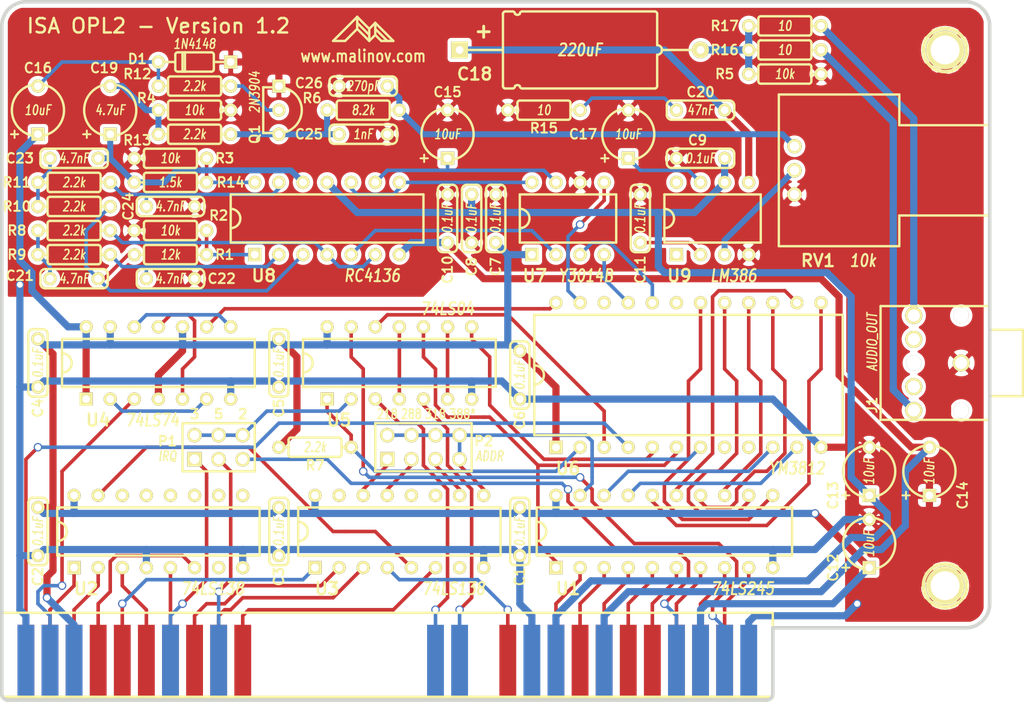
<source format=kicad_pcb>
(kicad_pcb (version 20171130) (host pcbnew "(5.1.8)-1")
  (title_block (date "27 sep 2012"))
  (layers (0 Front signal) (31 Back signal) (34 B.Paste user) (35 F.Paste user) (36 B.SilkS user) (37 F.SilkS user) (38 B.Mask user) (39 F.Mask user) (44 Edge.Cuts user))
  (net 0 "")
  (net 1 /0x218)
  (net 2 /0x288)
  (net 3 /0x318)
  (net 4 /0x388)
  (net 5 /A0)
  (net 6 /A1)
  (net 7 /A2)
  (net 8 /A3)
  (net 9 /A4)
  (net 10 /A5)
  (net 11 /A6)
  (net 12 /A7)
  (net 13 /A8)
  (net 14 /A9)
  (net 15 /AEN)
  (net 16 /AMP_IN)
  (net 17 /AMP_OUT)
  (net 18 /AUDIO_OUT)
  (net 19 /D0)
  (net 20 /D1)
  (net 21 /D2)
  (net 22 /D3)
  (net 23 /D4)
  (net 24 /D5)
  (net 25 /D6)
  (net 26 /D7)
  (net 27 /DAC_CLK)
  (net 28 /DAC_DATA)
  (net 29 /DAC_SYNC)
  (net 30 /DB0)
  (net 31 /DB1)
  (net 32 /DB2)
  (net 33 /DB3)
  (net 34 /DB4)
  (net 35 /DB5)
  (net 36 /DB6)
  (net 37 /DB7)
  (net 38 /FILTER_OUT)
  (net 39 /IRQ)
  (net 40 /IRQ2)
  (net 41 /IRQ3)
  (net 42 /IRQ5)
  (net 43 /LEFT)
  (net 44 /MCLK)
  (net 45 /OSC)
  (net 46 /RC1)
  (net 47 /RC2)
  (net 48 /RC3)
  (net 49 /RESET)
  (net 50 /RIGHT)
  (net 51 /~IOR)
  (net 52 /~IOW)
  (net 53 /~IRQ)
  (net 54 /~READ)
  (net 55 /~RESET)
  (net 56 /~WRITE)
  (net 57 GND)
  (net 58 VCC)
  (net 59 VDD)
  (net 60 VSS)
  (net 61 "Net-(C11-Pad1)")
  (net 62 "Net-(C15-Pad1)")
  (net 63 "Net-(C16-Pad2)")
  (net 64 "Net-(C17-Pad1)")
  (net 65 "Net-(C20-Pad2)")
  (net 66 "Net-(C21-Pad1)")
  (net 67 "Net-(C21-Pad2)")
  (net 68 "Net-(C22-Pad1)")
  (net 69 "Net-(C23-Pad1)")
  (net 70 "Net-(C24-Pad1)")
  (net 71 "Net-(J1-Pad3)")
  (net 72 "Net-(J1-Pad4)")
  (net 73 "Net-(Q1-Pad2)")
  (net 74 "Net-(R1-Pad2)")
  (net 75 "Net-(R14-Pad2)")
  (net 76 "Net-(R8-Pad2)")
  (net 77 "Net-(U2-Pad7)")
  (net 78 "Net-(U2-Pad9)")
  (net 79 "Net-(U2-Pad10)")
  (net 80 "Net-(U2-Pad11)")
  (net 81 "Net-(U2-Pad12)")
  (net 82 "Net-(U2-Pad13)")
  (net 83 "Net-(U2-Pad14)")
  (net 84 "Net-(U2-Pad15)")
  (net 85 "Net-(U3-Pad7)")
  (net 86 "Net-(U3-Pad11)")
  (net 87 "Net-(U3-Pad12)")
  (net 88 "Net-(U3-Pad15)")
  (net 89 "Net-(U4-Pad2)")
  (net 90 "Net-(U4-Pad11)")
  (net 91 "Net-(U4-Pad12)")
  (net 92 "Net-(U5-Pad11)")
  (net 93 "Net-(U5-Pad6)")
  (net 94 "Net-(U7-Pad2)")
  (net 95 "Net-(U7-Pad8)")
  (net 96 "Net-(U9-Pad1)")
  (net 97 "Net-(U9-Pad8)")
  (module BUS_PC (layer Front) (at 142.24 120.3325)
    (fp_text reference BUS1 hide)
    (fp_text value BUSPC hide)
    (pad 1 connect rect (at 38.1 0) (size 1.778 7.62) (layers Back B.Mask) (net 57 GND))
    (pad 2 connect rect (at 35.56 0) (size 1.778 7.62) (layers Back B.Mask) (net 49 /RESET))
    (pad 3 connect rect (at 33.02 0) (size 1.778 7.62) (layers Back B.Mask) (net 58 VCC))
    (pad 4 connect rect (at 30.48 0) (size 1.778 7.62) (layers Back B.Mask) (net 40 /IRQ2))
    (pad 7 connect rect (at 22.86 0) (size 1.778 7.62) (layers Back B.Mask) (net 60 VSS))
    (pad 9 connect rect (at 17.78 0) (size 1.778 7.62) (layers Back B.Mask) (net 59 VDD))
    (pad 10 connect rect (at 15.24 0) (size 1.778 7.62) (layers Back B.Mask) (net 57 GND))
    (pad 13 connect rect (at 7.62 0) (size 1.778 7.62) (layers Back B.Mask) (net 52 /~IOW))
    (pad 14 connect rect (at 5.08 0) (size 1.778 7.62) (layers Back B.Mask) (net 51 /~IOR))
    (pad 23 connect rect (at -17.78 0) (size 1.778 7.62) (layers Back B.Mask) (net 42 /IRQ5))
    (pad 25 connect rect (at -22.86 0) (size 1.778 7.62) (layers Back B.Mask) (net 41 /IRQ3))
    (pad 29 connect rect (at -33.02 0) (size 1.778 7.62) (layers Back B.Mask) (net 58 VCC))
    (pad 30 connect rect (at -35.56 0) (size 1.778 7.62) (layers Back B.Mask) (net 45 /OSC))
    (pad 31 connect rect (at -38.1 0) (size 1.778 7.62) (layers Back B.Mask) (net 57 GND))
    (pad 33 connect rect (at 35.56 0) (size 1.778 7.62) (layers Front F.Mask) (net 26 /D7))
    (pad 34 connect rect (at 33.02 0) (size 1.778 7.62) (layers Front F.Mask) (net 25 /D6))
    (pad 35 connect rect (at 30.48 0) (size 1.778 7.62) (layers Front F.Mask) (net 24 /D5))
    (pad 36 connect rect (at 27.94 0) (size 1.778 7.62) (layers Front F.Mask) (net 23 /D4))
    (pad 37 connect rect (at 25.4 0) (size 1.778 7.62) (layers Front F.Mask) (net 22 /D3))
    (pad 38 connect rect (at 22.86 0) (size 1.778 7.62) (layers Front F.Mask) (net 21 /D2))
    (pad 39 connect rect (at 20.32 0) (size 1.778 7.62) (layers Front F.Mask) (net 20 /D1))
    (pad 40 connect rect (at 17.78 0) (size 1.778 7.62) (layers Front F.Mask) (net 19 /D0))
    (pad 42 connect rect (at 12.7 0) (size 1.778 7.62) (layers Front F.Mask) (net 15 /AEN))
    (pad 53 connect rect (at -15.24 0) (size 1.778 7.62) (layers Front F.Mask) (net 14 /A9))
    (pad 54 connect rect (at -17.78 0) (size 1.778 7.62) (layers Front F.Mask) (net 13 /A8))
    (pad 55 connect rect (at -20.32 0) (size 1.778 7.62) (layers Front F.Mask) (net 12 /A7))
    (pad 56 connect rect (at -22.86 0) (size 1.778 7.62) (layers Front F.Mask) (net 11 /A6))
    (pad 57 connect rect (at -25.4 0) (size 1.778 7.62) (layers Front F.Mask) (net 10 /A5))
    (pad 58 connect rect (at -27.94 0) (size 1.778 7.62) (layers Front F.Mask) (net 9 /A4))
    (pad 59 connect rect (at -30.48 0) (size 1.778 7.62) (layers Front F.Mask) (net 8 /A3))
    (pad 60 connect rect (at -33.02 0) (size 1.778 7.62) (layers Front F.Mask) (net 7 /A2))
    (pad 61 connect rect (at -35.56 0) (size 1.778 7.62) (layers Front F.Mask) (net 6 /A1))
    (pad 62 connect rect (at -38.1 0) (size 1.778 7.62) (layers Front F.Mask) (net 5 /A0))
  )
  (module HOLE_3MM (layer Front) (at 201.041 55.88)
    (fp_text reference HOLE1 hide)
    (fp_text value CONN_1 hide)
    (pad 1 thru_hole circle (at 0 0) (size 4.064 4.064) (drill 3.048) (layers *.Cu *.Mask F.SilkS) (net 57 GND))
  )
  (module HOLE_3MM (layer Front) (at 201.041 112.395)
    (fp_text reference HOLE2 hide)
    (fp_text value CONN_1 hide)
    (pad 1 thru_hole circle (at 0 0) (size 4.064 4.064) (drill 3.048) (layers *.Cu *.Mask F.SilkS) (net 57 GND))
  )
  (module PHONE3_5_STEREO (layer Front) (at 205.74 88.9 270)
    (fp_text reference J1 (at 4.445 12.3825 270) (layer F.SilkS) (effects (font (size 1.016 1.016) (thickness 0.2032))))
    (fp_text value AUDIO_OUT (at -2.2225 12.3825 270) (layer F.SilkS) (effects (font (size 1.016 0.762) (thickness 0.1524) italic)))
    (pad 1 thru_hole circle (at 0 2.99974 270) (size 1.80086 1.80086) (drill 1.30048) (layers *.Cu *.Mask F.SilkS) (net 57 GND))
    (pad 2 thru_hole circle (at -5.00126 8.001 270) (size 1.80086 1.80086) (drill 1.30048) (layers *.Cu *.Mask F.SilkS) (net 50 /RIGHT))
    (pad 3 thru_hole circle (at -2.49936 8.001 270) (size 1.80086 1.80086) (drill 1.30048) (layers *.Cu *.Mask F.SilkS) (net 71 "Net-(J1-Pad3)"))
    (pad 4 thru_hole circle (at 2.49936 8.001 270) (size 1.80086 1.80086) (drill 1.30048) (layers *.Cu *.Mask F.SilkS) (net 72 "Net-(J1-Pad4)"))
    (pad 5 thru_hole circle (at 5.00126 8.001 270) (size 1.80086 1.80086) (drill 1.30048) (layers *.Cu *.Mask F.SilkS) (net 43 /LEFT))
    (pad "" thru_hole circle (at 0 8.001 270) (size 1.6002 1.6002) (drill 1.6002) (layers *.Cu *.Mask F.SilkS))
    (pad "" thru_hole circle (at -5.00126 2.99974 270) (size 1.6002 1.6002) (drill 1.6002) (layers *.Cu *.Mask F.SilkS))
    (pad "" thru_hole circle (at 5.00126 2.99974 270) (size 1.6002 1.6002) (drill 1.6002) (layers *.Cu *.Mask F.SilkS))
  )
  (module Cap_Cer_504 (layer Front) (at 156.21 106.68 270)
    (fp_text reference C1 (at 4.7625 0 270) (layer F.SilkS) (effects (font (size 1.016 1.016) (thickness 0.2032))))
    (fp_text value 0.1uF (at 0 0 270) (layer F.SilkS) (effects (font (size 1.016 0.762) (thickness 0.1524) italic)))
    (pad 1 thru_hole circle (at -2.54 0 270) (size 1.397 1.397) (drill 0.8128) (layers *.Cu *.Mask F.SilkS) (net 58 VCC))
    (pad 2 thru_hole circle (at 2.54 0 270) (size 1.397 1.397) (drill 0.8128) (layers *.Cu *.Mask F.SilkS) (net 57 GND))
  )
  (module Cap_Cer_504 (layer Front) (at 105.41 106.68 270)
    (fp_text reference C2 (at 4.7625 0 270) (layer F.SilkS) (effects (font (size 1.016 1.016) (thickness 0.2032))))
    (fp_text value 0.1uF (at 0 0 270) (layer F.SilkS) (effects (font (size 1.016 0.762) (thickness 0.1524) italic)))
    (pad 1 thru_hole circle (at -2.54 0 270) (size 1.397 1.397) (drill 0.8128) (layers *.Cu *.Mask F.SilkS) (net 58 VCC))
    (pad 2 thru_hole circle (at 2.54 0 270) (size 1.397 1.397) (drill 0.8128) (layers *.Cu *.Mask F.SilkS) (net 57 GND))
  )
  (module Cap_Cer_504 (layer Front) (at 105.41 88.9 270)
    (fp_text reference C4 (at 4.7625 0 270) (layer F.SilkS) (effects (font (size 1.016 1.016) (thickness 0.2032))))
    (fp_text value 0.1uF (at 0 0 270) (layer F.SilkS) (effects (font (size 1.016 0.762) (thickness 0.1524) italic)))
    (pad 1 thru_hole circle (at -2.54 0 270) (size 1.397 1.397) (drill 0.8128) (layers *.Cu *.Mask F.SilkS) (net 58 VCC))
    (pad 2 thru_hole circle (at 2.54 0 270) (size 1.397 1.397) (drill 0.8128) (layers *.Cu *.Mask F.SilkS) (net 57 GND))
  )
  (module Cap_Cer_504 (layer Front) (at 130.81 88.9 270)
    (fp_text reference C5 (at 4.7625 0 270) (layer F.SilkS) (effects (font (size 1.016 1.016) (thickness 0.2032))))
    (fp_text value 0.1uF (at 0 0 270) (layer F.SilkS) (effects (font (size 1.016 0.762) (thickness 0.1524) italic)))
    (pad 1 thru_hole circle (at -2.54 0 270) (size 1.397 1.397) (drill 0.8128) (layers *.Cu *.Mask F.SilkS) (net 58 VCC))
    (pad 2 thru_hole circle (at 2.54 0 270) (size 1.397 1.397) (drill 0.8128) (layers *.Cu *.Mask F.SilkS) (net 57 GND))
  )
  (module Cap_Cer_504 (layer Front) (at 156.21 90.17 270)
    (fp_text reference C6 (at 4.7625 0 270) (layer F.SilkS) (effects (font (size 1.016 1.016) (thickness 0.2032))))
    (fp_text value 0.1uF (at 0 0 270) (layer F.SilkS) (effects (font (size 1.016 0.762) (thickness 0.1524) italic)))
    (pad 1 thru_hole circle (at -2.54 0 270) (size 1.397 1.397) (drill 0.8128) (layers *.Cu *.Mask F.SilkS) (net 58 VCC))
    (pad 2 thru_hole circle (at 2.54 0 270) (size 1.397 1.397) (drill 0.8128) (layers *.Cu *.Mask F.SilkS) (net 57 GND))
  )
  (module Cap_Cer_504 (layer Front) (at 153.67 73.66 90)
    (fp_text reference C7 (at -5.08 0 90) (layer F.SilkS) (effects (font (size 1.016 1.016) (thickness 0.2032))))
    (fp_text value 0.1uF (at 0 0 90) (layer F.SilkS) (effects (font (size 1.016 0.762) (thickness 0.1524) italic)))
    (pad 1 thru_hole circle (at -2.54 0 90) (size 1.397 1.397) (drill 0.8128) (layers *.Cu *.Mask F.SilkS) (net 58 VCC))
    (pad 2 thru_hole circle (at 2.54 0 90) (size 1.397 1.397) (drill 0.8128) (layers *.Cu *.Mask F.SilkS) (net 57 GND))
  )
  (module Cap_Cer_504 (layer Front) (at 151.13 73.66 270)
    (fp_text reference C8 (at 5.08 0 270) (layer F.SilkS) (effects (font (size 1.016 1.016) (thickness 0.2032))))
    (fp_text value 0.1uF (at 0 0 270) (layer F.SilkS) (effects (font (size 1.016 0.762) (thickness 0.1524) italic)))
    (pad 1 thru_hole circle (at -2.54 0 270) (size 1.397 1.397) (drill 0.8128) (layers *.Cu *.Mask F.SilkS) (net 59 VDD))
    (pad 2 thru_hole circle (at 2.54 0 270) (size 1.397 1.397) (drill 0.8128) (layers *.Cu *.Mask F.SilkS) (net 57 GND))
  )
  (module Cap_Cer_504 (layer Front) (at 175.26 67.31 180)
    (fp_text reference C9 (at 0.3175 1.905 180) (layer F.SilkS) (effects (font (size 1.016 1.016) (thickness 0.2032))))
    (fp_text value 0.1uF (at 0 0 180) (layer F.SilkS) (effects (font (size 1.016 0.762) (thickness 0.1524) italic)))
    (pad 1 thru_hole circle (at -2.54 0 180) (size 1.397 1.397) (drill 0.8128) (layers *.Cu *.Mask F.SilkS) (net 59 VDD))
    (pad 2 thru_hole circle (at 2.54 0 180) (size 1.397 1.397) (drill 0.8128) (layers *.Cu *.Mask F.SilkS) (net 57 GND))
  )
  (module Cap_Tant_504 (layer Front) (at 148.59 64.77 90)
    (fp_text reference C15 (at 4.445 0 180) (layer F.SilkS) (effects (font (size 1.016 1.016) (thickness 0.2032))))
    (fp_text value 10uF (at 0 0 180) (layer F.SilkS) (effects (font (size 1.016 0.762) (thickness 0.1524) italic)))
    (fp_text user + (at -2.54 -2.54 90) (layer F.SilkS) (effects (font (size 1.016 1.016) (thickness 0.2032))))
    (pad 1 thru_hole rect (at -2.54 0 90) (size 1.397 1.397) (drill 0.8128) (layers *.Cu *.Mask F.SilkS) (net 62 "Net-(C15-Pad1)"))
    (pad 2 thru_hole circle (at 2.54 0 90) (size 1.397 1.397) (drill 0.8128) (layers *.Cu *.Mask F.SilkS) (net 57 GND))
  )
  (module Cap_Cer_504 (layer Front) (at 175.26 62.23 180)
    (fp_text reference C20 (at 0 1.905 180) (layer F.SilkS) (effects (font (size 1.016 1.016) (thickness 0.2032))))
    (fp_text value 47nF (at 0 0 180) (layer F.SilkS) (effects (font (size 1.016 0.762) (thickness 0.1524) italic)))
    (pad 1 thru_hole circle (at -2.54 0 180) (size 1.397 1.397) (drill 0.8128) (layers *.Cu *.Mask F.SilkS) (net 17 /AMP_OUT))
    (pad 2 thru_hole circle (at 2.54 0 180) (size 1.397 1.397) (drill 0.8128) (layers *.Cu *.Mask F.SilkS) (net 65 "Net-(C20-Pad2)"))
  )
  (module Cap_Cer_504 (layer Front) (at 119.38 72.39)
    (fp_text reference C24 (at -4.445 0 90) (layer F.SilkS) (effects (font (size 1.016 1.016) (thickness 0.2032))))
    (fp_text value 4.7nF (at 0 0) (layer F.SilkS) (effects (font (size 1.016 0.762) (thickness 0.1524) italic)))
    (pad 1 thru_hole circle (at -2.54 0) (size 1.397 1.397) (drill 0.8128) (layers *.Cu *.Mask F.SilkS) (net 70 "Net-(C24-Pad1)"))
    (pad 2 thru_hole circle (at 2.54 0) (size 1.397 1.397) (drill 0.8128) (layers *.Cu *.Mask F.SilkS) (net 57 GND))
  )
  (module Cap_Cer_504 (layer Front) (at 139.7 64.77 180)
    (fp_text reference C25 (at 5.715 0 180) (layer F.SilkS) (effects (font (size 1.016 1.016) (thickness 0.2032))))
    (fp_text value 1nF (at 0 0 180) (layer F.SilkS) (effects (font (size 1.016 0.762) (thickness 0.1524) italic)))
    (pad 1 thru_hole circle (at -2.54 0 180) (size 1.397 1.397) (drill 0.8128) (layers *.Cu *.Mask F.SilkS) (net 57 GND))
    (pad 2 thru_hole circle (at 2.54 0 180) (size 1.397 1.397) (drill 0.8128) (layers *.Cu *.Mask F.SilkS) (net 47 /RC2))
  )
  (module Cap_Cer_504 (layer Front) (at 139.7 59.69 180)
    (fp_text reference C26 (at 5.715 0.3175 180) (layer F.SilkS) (effects (font (size 1.016 1.016) (thickness 0.2032))))
    (fp_text value 270pF (at 0 0 180) (layer F.SilkS) (effects (font (size 1.016 0.762) (thickness 0.1524) italic)))
    (pad 1 thru_hole circle (at -2.54 0 180) (size 1.397 1.397) (drill 0.8128) (layers *.Cu *.Mask F.SilkS) (net 48 /RC3))
    (pad 2 thru_hole circle (at 2.54 0 180) (size 1.397 1.397) (drill 0.8128) (layers *.Cu *.Mask F.SilkS) (net 57 GND))
  )
  (module DIP16_300 (layer Front) (at 118.11 106.68)
    (fp_text reference U2 (at -7.62 6.0325) (layer F.SilkS) (effects (font (size 1.27 1.27) (thickness 0.254))))
    (fp_text value 74LS138 (at 5.715 6.0325) (layer F.SilkS) (effects (font (size 1.27 1.016) (thickness 0.2032) italic)))
    (pad 1 thru_hole rect (at -8.89 3.81) (size 1.397 1.397) (drill 0.8128) (layers *.Cu *.Mask F.SilkS) (net 6 /A1))
    (pad 2 thru_hole circle (at -6.35 3.81) (size 1.397 1.397) (drill 0.8128) (layers *.Cu *.Mask F.SilkS) (net 7 /A2))
    (pad 3 thru_hole circle (at -3.81 3.81) (size 1.397 1.397) (drill 0.8128) (layers *.Cu *.Mask F.SilkS) (net 10 /A5))
    (pad 4 thru_hole circle (at -1.27 3.81) (size 1.397 1.397) (drill 0.8128) (layers *.Cu *.Mask F.SilkS) (net 57 GND))
    (pad 5 thru_hole circle (at 1.27 3.81) (size 1.397 1.397) (drill 0.8128) (layers *.Cu *.Mask F.SilkS) (net 11 /A6))
    (pad 6 thru_hole circle (at 3.81 3.81) (size 1.397 1.397) (drill 0.8128) (layers *.Cu *.Mask F.SilkS) (net 8 /A3))
    (pad 7 thru_hole circle (at 6.35 3.81) (size 1.397 1.397) (drill 0.8128) (layers *.Cu *.Mask F.SilkS) (net 77 "Net-(U2-Pad7)"))
    (pad 8 thru_hole circle (at 8.89 3.81) (size 1.397 1.397) (drill 0.8128) (layers *.Cu *.Mask F.SilkS) (net 57 GND))
    (pad 9 thru_hole circle (at 8.89 -3.81) (size 1.397 1.397) (drill 0.8128) (layers *.Cu *.Mask F.SilkS) (net 78 "Net-(U2-Pad9)"))
    (pad 10 thru_hole circle (at 6.35 -3.81) (size 1.397 1.397) (drill 0.8128) (layers *.Cu *.Mask F.SilkS) (net 79 "Net-(U2-Pad10)"))
    (pad 11 thru_hole circle (at 3.81 -3.81) (size 1.397 1.397) (drill 0.8128) (layers *.Cu *.Mask F.SilkS) (net 80 "Net-(U2-Pad11)"))
    (pad 12 thru_hole circle (at 1.27 -3.81) (size 1.397 1.397) (drill 0.8128) (layers *.Cu *.Mask F.SilkS) (net 81 "Net-(U2-Pad12)"))
    (pad 13 thru_hole circle (at -1.27 -3.81) (size 1.397 1.397) (drill 0.8128) (layers *.Cu *.Mask F.SilkS) (net 82 "Net-(U2-Pad13)"))
    (pad 14 thru_hole circle (at -3.81 -3.81) (size 1.397 1.397) (drill 0.8128) (layers *.Cu *.Mask F.SilkS) (net 83 "Net-(U2-Pad14)"))
    (pad 15 thru_hole circle (at -6.35 -3.81) (size 1.397 1.397) (drill 0.8128) (layers *.Cu *.Mask F.SilkS) (net 84 "Net-(U2-Pad15)"))
    (pad 16 thru_hole circle (at -8.89 -3.81) (size 1.397 1.397) (drill 0.8128) (layers *.Cu *.Mask F.SilkS) (net 58 VCC))
  )
  (module DIP16_300 (layer Front) (at 143.51 106.68)
    (fp_text reference U3 (at -7.62 6.0325) (layer F.SilkS) (effects (font (size 1.27 1.27) (thickness 0.254))))
    (fp_text value 74LS138 (at 5.715 6.0325) (layer F.SilkS) (effects (font (size 1.27 1.016) (thickness 0.2032) italic)))
    (pad 1 thru_hole rect (at -8.89 3.81) (size 1.397 1.397) (drill 0.8128) (layers *.Cu *.Mask F.SilkS) (net 9 /A4))
    (pad 2 thru_hole circle (at -6.35 3.81) (size 1.397 1.397) (drill 0.8128) (layers *.Cu *.Mask F.SilkS) (net 12 /A7))
    (pad 3 thru_hole circle (at -3.81 3.81) (size 1.397 1.397) (drill 0.8128) (layers *.Cu *.Mask F.SilkS) (net 13 /A8))
    (pad 4 thru_hole circle (at -1.27 3.81) (size 1.397 1.397) (drill 0.8128) (layers *.Cu *.Mask F.SilkS) (net 15 /AEN))
    (pad 5 thru_hole circle (at 1.27 3.81) (size 1.397 1.397) (drill 0.8128) (layers *.Cu *.Mask F.SilkS) (net 84 "Net-(U2-Pad15)"))
    (pad 6 thru_hole circle (at 3.81 3.81) (size 1.397 1.397) (drill 0.8128) (layers *.Cu *.Mask F.SilkS) (net 14 /A9))
    (pad 7 thru_hole circle (at 6.35 3.81) (size 1.397 1.397) (drill 0.8128) (layers *.Cu *.Mask F.SilkS) (net 85 "Net-(U3-Pad7)"))
    (pad 8 thru_hole circle (at 8.89 3.81) (size 1.397 1.397) (drill 0.8128) (layers *.Cu *.Mask F.SilkS) (net 57 GND))
    (pad 9 thru_hole circle (at 8.89 -3.81) (size 1.397 1.397) (drill 0.8128) (layers *.Cu *.Mask F.SilkS) (net 4 /0x388))
    (pad 10 thru_hole circle (at 6.35 -3.81) (size 1.397 1.397) (drill 0.8128) (layers *.Cu *.Mask F.SilkS) (net 3 /0x318))
    (pad 11 thru_hole circle (at 3.81 -3.81) (size 1.397 1.397) (drill 0.8128) (layers *.Cu *.Mask F.SilkS) (net 86 "Net-(U3-Pad11)"))
    (pad 12 thru_hole circle (at 1.27 -3.81) (size 1.397 1.397) (drill 0.8128) (layers *.Cu *.Mask F.SilkS) (net 87 "Net-(U3-Pad12)"))
    (pad 13 thru_hole circle (at -1.27 -3.81) (size 1.397 1.397) (drill 0.8128) (layers *.Cu *.Mask F.SilkS) (net 2 /0x288))
    (pad 14 thru_hole circle (at -3.81 -3.81) (size 1.397 1.397) (drill 0.8128) (layers *.Cu *.Mask F.SilkS) (net 1 /0x218))
    (pad 15 thru_hole circle (at -6.35 -3.81) (size 1.397 1.397) (drill 0.8128) (layers *.Cu *.Mask F.SilkS) (net 88 "Net-(U3-Pad15)"))
    (pad 16 thru_hole circle (at -8.89 -3.81) (size 1.397 1.397) (drill 0.8128) (layers *.Cu *.Mask F.SilkS) (net 58 VCC))
  )
  (module DIP14_300 (layer Front) (at 143.51 88.9)
    (fp_text reference U5 (at -6.35 6.0325) (layer F.SilkS) (effects (font (size 1.27 1.27) (thickness 0.254))))
    (fp_text value 74LS04 (at 5.08 -5.715) (layer F.SilkS) (effects (font (size 1.27 1.016) (thickness 0.2032) italic)))
    (pad 1 thru_hole rect (at -7.62 3.81) (size 1.397 1.397) (drill 0.8128) (layers *.Cu *.Mask F.SilkS) (net 53 /~IRQ))
    (pad 2 thru_hole circle (at -5.08 3.81) (size 1.397 1.397) (drill 0.8128) (layers *.Cu *.Mask F.SilkS) (net 39 /IRQ))
    (pad 3 thru_hole circle (at -2.54 3.81) (size 1.397 1.397) (drill 0.8128) (layers *.Cu *.Mask F.SilkS) (net 51 /~IOR))
    (pad 4 thru_hole circle (at 0 3.81) (size 1.397 1.397) (drill 0.8128) (layers *.Cu *.Mask F.SilkS) (net 92 "Net-(U5-Pad11)"))
    (pad 5 thru_hole circle (at 2.54 3.81) (size 1.397 1.397) (drill 0.8128) (layers *.Cu *.Mask F.SilkS) (net 52 /~IOW))
    (pad 6 thru_hole circle (at 5.08 3.81) (size 1.397 1.397) (drill 0.8128) (layers *.Cu *.Mask F.SilkS) (net 93 "Net-(U5-Pad6)"))
    (pad 7 thru_hole circle (at 7.62 3.81) (size 1.397 1.397) (drill 0.8128) (layers *.Cu *.Mask F.SilkS) (net 57 GND))
    (pad 8 thru_hole circle (at 7.62 -3.81) (size 1.397 1.397) (drill 0.8128) (layers *.Cu *.Mask F.SilkS) (net 56 /~WRITE))
    (pad 9 thru_hole circle (at 5.08 -3.81) (size 1.397 1.397) (drill 0.8128) (layers *.Cu *.Mask F.SilkS) (net 93 "Net-(U5-Pad6)"))
    (pad 10 thru_hole circle (at 2.54 -3.81) (size 1.397 1.397) (drill 0.8128) (layers *.Cu *.Mask F.SilkS) (net 54 /~READ))
    (pad 11 thru_hole circle (at 0 -3.81) (size 1.397 1.397) (drill 0.8128) (layers *.Cu *.Mask F.SilkS) (net 92 "Net-(U5-Pad11)"))
    (pad 12 thru_hole circle (at -2.54 -3.81) (size 1.397 1.397) (drill 0.8128) (layers *.Cu *.Mask F.SilkS) (net 55 /~RESET))
    (pad 13 thru_hole circle (at -5.08 -3.81) (size 1.397 1.397) (drill 0.8128) (layers *.Cu *.Mask F.SilkS) (net 49 /RESET))
    (pad 14 thru_hole circle (at -7.62 -3.81) (size 1.397 1.397) (drill 0.8128) (layers *.Cu *.Mask F.SilkS) (net 58 VCC))
  )
  (module DIP24_600 (layer Front) (at 173.99 90.17)
    (fp_text reference U6 (at -12.7 9.8425) (layer F.SilkS) (effects (font (size 1.27 1.27) (thickness 0.254))))
    (fp_text value YM3812 (at 11.43 9.8425) (layer F.SilkS) (effects (font (size 1.27 1.016) (thickness 0.2032) italic)))
    (pad 1 thru_hole rect (at -13.97 7.62) (size 1.397 1.397) (drill 0.8128) (layers *.Cu *.Mask F.SilkS) (net 58 VCC))
    (pad 2 thru_hole circle (at -11.43 7.62) (size 1.397 1.397) (drill 0.8128) (layers *.Cu *.Mask F.SilkS) (net 53 /~IRQ))
    (pad 3 thru_hole circle (at -8.89 7.62) (size 1.397 1.397) (drill 0.8128) (layers *.Cu *.Mask F.SilkS) (net 55 /~RESET))
    (pad 4 thru_hole circle (at -6.35 7.62) (size 1.397 1.397) (drill 0.8128) (layers *.Cu *.Mask F.SilkS) (net 5 /A0))
    (pad 5 thru_hole circle (at -3.81 7.62) (size 1.397 1.397) (drill 0.8128) (layers *.Cu *.Mask F.SilkS) (net 56 /~WRITE))
    (pad 6 thru_hole circle (at -1.27 7.62) (size 1.397 1.397) (drill 0.8128) (layers *.Cu *.Mask F.SilkS) (net 54 /~READ))
    (pad 7 thru_hole circle (at 1.27 7.62) (size 1.397 1.397) (drill 0.8128) (layers *.Cu *.Mask F.SilkS) (net 4 /0x388))
    (pad 8 thru_hole circle (at 3.81 7.62) (size 1.397 1.397) (drill 0.8128) (layers *.Cu *.Mask F.SilkS))
    (pad 9 thru_hole circle (at 6.35 7.62) (size 1.397 1.397) (drill 0.8128) (layers *.Cu *.Mask F.SilkS))
    (pad 10 thru_hole circle (at 8.89 7.62) (size 1.397 1.397) (drill 0.8128) (layers *.Cu *.Mask F.SilkS) (net 30 /DB0))
    (pad 11 thru_hole circle (at 11.43 7.62) (size 1.397 1.397) (drill 0.8128) (layers *.Cu *.Mask F.SilkS) (net 31 /DB1))
    (pad 12 thru_hole circle (at 13.97 7.62) (size 1.397 1.397) (drill 0.8128) (layers *.Cu *.Mask F.SilkS) (net 57 GND))
    (pad 13 thru_hole circle (at 13.97 -7.62) (size 1.397 1.397) (drill 0.8128) (layers *.Cu *.Mask F.SilkS) (net 32 /DB2))
    (pad 14 thru_hole circle (at 11.43 -7.62) (size 1.397 1.397) (drill 0.8128) (layers *.Cu *.Mask F.SilkS) (net 33 /DB3))
    (pad 15 thru_hole circle (at 8.89 -7.62) (size 1.397 1.397) (drill 0.8128) (layers *.Cu *.Mask F.SilkS) (net 34 /DB4))
    (pad 16 thru_hole circle (at 6.35 -7.62) (size 1.397 1.397) (drill 0.8128) (layers *.Cu *.Mask F.SilkS) (net 35 /DB5))
    (pad 17 thru_hole circle (at 3.81 -7.62) (size 1.397 1.397) (drill 0.8128) (layers *.Cu *.Mask F.SilkS) (net 36 /DB6))
    (pad 18 thru_hole circle (at 1.27 -7.62) (size 1.397 1.397) (drill 0.8128) (layers *.Cu *.Mask F.SilkS) (net 37 /DB7))
    (pad 19 thru_hole circle (at -1.27 -7.62) (size 1.397 1.397) (drill 0.8128) (layers *.Cu *.Mask F.SilkS))
    (pad 20 thru_hole circle (at -3.81 -7.62) (size 1.397 1.397) (drill 0.8128) (layers *.Cu *.Mask F.SilkS) (net 29 /DAC_SYNC))
    (pad 21 thru_hole circle (at -6.35 -7.62) (size 1.397 1.397) (drill 0.8128) (layers *.Cu *.Mask F.SilkS) (net 28 /DAC_DATA))
    (pad 22 thru_hole circle (at -8.89 -7.62) (size 1.397 1.397) (drill 0.8128) (layers *.Cu *.Mask F.SilkS))
    (pad 23 thru_hole circle (at -11.43 -7.62) (size 1.397 1.397) (drill 0.8128) (layers *.Cu *.Mask F.SilkS) (net 27 /DAC_CLK))
    (pad 24 thru_hole circle (at -13.97 -7.62) (size 1.397 1.397) (drill 0.8128) (layers *.Cu *.Mask F.SilkS) (net 44 /MCLK))
  )
  (module DIP8_300 (layer Front) (at 161.29 73.66)
    (fp_text reference U7 (at -3.4925 6.0325) (layer F.SilkS) (effects (font (size 1.27 1.27) (thickness 0.254))))
    (fp_text value Y3014B (at 1.905 6.0325) (layer F.SilkS) (effects (font (size 1.27 1.016) (thickness 0.2032) italic)))
    (pad 1 thru_hole rect (at -3.81 3.81) (size 1.397 1.397) (drill 0.8128) (layers *.Cu *.Mask F.SilkS) (net 58 VCC))
    (pad 2 thru_hole circle (at -1.27 3.81) (size 1.397 1.397) (drill 0.8128) (layers *.Cu *.Mask F.SilkS) (net 94 "Net-(U7-Pad2)"))
    (pad 3 thru_hole circle (at 1.27 3.81) (size 1.397 1.397) (drill 0.8128) (layers *.Cu *.Mask F.SilkS) (net 29 /DAC_SYNC))
    (pad 4 thru_hole circle (at 3.81 3.81) (size 1.397 1.397) (drill 0.8128) (layers *.Cu *.Mask F.SilkS) (net 28 /DAC_DATA))
    (pad 5 thru_hole circle (at 3.81 -3.81) (size 1.397 1.397) (drill 0.8128) (layers *.Cu *.Mask F.SilkS) (net 27 /DAC_CLK))
    (pad 6 thru_hole circle (at 1.27 -3.81) (size 1.397 1.397) (drill 0.8128) (layers *.Cu *.Mask F.SilkS) (net 57 GND))
    (pad 7 thru_hole circle (at -1.27 -3.81) (size 1.397 1.397) (drill 0.8128) (layers *.Cu *.Mask F.SilkS) (net 62 "Net-(C15-Pad1)"))
    (pad 8 thru_hole circle (at -3.81 -3.81) (size 1.397 1.397) (drill 0.8128) (layers *.Cu *.Mask F.SilkS) (net 95 "Net-(U7-Pad8)"))
  )
  (module DIP14_300 (layer Front) (at 135.89 73.66)
    (fp_text reference U8 (at -6.6675 6.0325) (layer F.SilkS) (effects (font (size 1.27 1.27) (thickness 0.254))))
    (fp_text value RC4136 (at 4.7625 6.0325) (layer F.SilkS) (effects (font (size 1.27 1.016) (thickness 0.2032) italic)))
    (pad 1 thru_hole rect (at -7.62 3.81) (size 1.397 1.397) (drill 0.8128) (layers *.Cu *.Mask F.SilkS) (net 74 "Net-(R1-Pad2)"))
    (pad 2 thru_hole circle (at -5.08 3.81) (size 1.397 1.397) (drill 0.8128) (layers *.Cu *.Mask F.SilkS) (net 68 "Net-(C22-Pad1)"))
    (pad 3 thru_hole circle (at -2.54 3.81) (size 1.397 1.397) (drill 0.8128) (layers *.Cu *.Mask F.SilkS) (net 67 "Net-(C21-Pad2)"))
    (pad 4 thru_hole circle (at 0 3.81) (size 1.397 1.397) (drill 0.8128) (layers *.Cu *.Mask F.SilkS) (net 76 "Net-(R8-Pad2)"))
    (pad 5 thru_hole circle (at 2.54 3.81) (size 1.397 1.397) (drill 0.8128) (layers *.Cu *.Mask F.SilkS) (net 94 "Net-(U7-Pad2)"))
    (pad 6 thru_hole circle (at 5.08 3.81) (size 1.397 1.397) (drill 0.8128) (layers *.Cu *.Mask F.SilkS) (net 76 "Net-(R8-Pad2)"))
    (pad 7 thru_hole circle (at 7.62 3.81) (size 1.397 1.397) (drill 0.8128) (layers *.Cu *.Mask F.SilkS) (net 60 VSS))
    (pad 8 thru_hole circle (at 7.62 -3.81) (size 1.397 1.397) (drill 0.8128) (layers *.Cu *.Mask F.SilkS) (net 95 "Net-(U7-Pad8)"))
    (pad 9 thru_hole circle (at 5.08 -3.81) (size 1.397 1.397) (drill 0.8128) (layers *.Cu *.Mask F.SilkS) (net 62 "Net-(C15-Pad1)"))
    (pad 10 thru_hole circle (at 2.54 -3.81) (size 1.397 1.397) (drill 0.8128) (layers *.Cu *.Mask F.SilkS) (net 95 "Net-(U7-Pad8)"))
    (pad 11 thru_hole circle (at 0 -3.81) (size 1.397 1.397) (drill 0.8128) (layers *.Cu *.Mask F.SilkS) (net 59 VDD))
    (pad 12 thru_hole circle (at -2.54 -3.81) (size 1.397 1.397) (drill 0.8128) (layers *.Cu *.Mask F.SilkS) (net 38 /FILTER_OUT))
    (pad 13 thru_hole circle (at -5.08 -3.81) (size 1.397 1.397) (drill 0.8128) (layers *.Cu *.Mask F.SilkS) (net 70 "Net-(C24-Pad1)"))
    (pad 14 thru_hole circle (at -7.62 -3.81) (size 1.397 1.397) (drill 0.8128) (layers *.Cu *.Mask F.SilkS) (net 75 "Net-(R14-Pad2)"))
  )
  (module DIP8_300 (layer Front) (at 176.53 73.66)
    (fp_text reference U9 (at -3.4925 6.0325) (layer F.SilkS) (effects (font (size 1.27 1.27) (thickness 0.254))))
    (fp_text value LM386 (at 2.2225 6.0325) (layer F.SilkS) (effects (font (size 1.27 1.016) (thickness 0.2032) italic)))
    (pad 1 thru_hole rect (at -3.81 3.81) (size 1.397 1.397) (drill 0.8128) (layers *.Cu *.Mask F.SilkS) (net 96 "Net-(U9-Pad1)"))
    (pad 2 thru_hole circle (at -1.27 3.81) (size 1.397 1.397) (drill 0.8128) (layers *.Cu *.Mask F.SilkS) (net 61 "Net-(C11-Pad1)"))
    (pad 3 thru_hole circle (at 1.27 3.81) (size 1.397 1.397) (drill 0.8128) (layers *.Cu *.Mask F.SilkS) (net 16 /AMP_IN))
    (pad 4 thru_hole circle (at 3.81 3.81) (size 1.397 1.397) (drill 0.8128) (layers *.Cu *.Mask F.SilkS) (net 57 GND))
    (pad 5 thru_hole circle (at 3.81 -3.81) (size 1.397 1.397) (drill 0.8128) (layers *.Cu *.Mask F.SilkS) (net 17 /AMP_OUT))
    (pad 6 thru_hole circle (at 1.27 -3.81) (size 1.397 1.397) (drill 0.8128) (layers *.Cu *.Mask F.SilkS) (net 59 VDD))
    (pad 7 thru_hole circle (at -1.27 -3.81) (size 1.397 1.397) (drill 0.8128) (layers *.Cu *.Mask F.SilkS) (net 64 "Net-(C17-Pad1)"))
    (pad 8 thru_hole circle (at -3.81 -3.81) (size 1.397 1.397) (drill 0.8128) (layers *.Cu *.Mask F.SilkS) (net 97 "Net-(U9-Pad8)"))
  )
  (module Cap_Elec_Axial_254 (layer Front) (at 162.56 55.88)
    (fp_text reference C18 (at -11.1125 2.54) (layer F.SilkS) (effects (font (size 1.27 1.27) (thickness 0.254))))
    (fp_text value 220uF (at 0 0) (layer F.SilkS) (effects (font (size 1.27 1.016) (thickness 0.2032) italic)))
    (fp_text user + (at -10.16 -2.032) (layer F.SilkS) (effects (font (size 1.524 1.524) (thickness 0.3048))))
    (pad 2 thru_hole circle (at 12.7 0) (size 1.778 1.778) (drill 0.8128) (layers *.Cu *.Mask F.SilkS) (net 18 /AUDIO_OUT))
    (pad 1 thru_hole rect (at -12.7 0) (size 1.778 1.778) (drill 0.8128) (layers *.Cu *.Mask F.SilkS) (net 17 /AMP_OUT))
  )
  (module Diode_762 (layer Front) (at 121.92 57.15 180)
    (fp_text reference D1 (at 6.0325 0.3175 180) (layer F.SilkS) (effects (font (size 1.016 1.016) (thickness 0.2032))))
    (fp_text value 1N4148 (at 0 1.905 180) (layer F.SilkS) (effects (font (size 1.016 0.762) (thickness 0.1524) italic)))
    (pad 2 thru_hole circle (at 3.81 0 180) (size 1.397 1.397) (drill 0.8128) (layers *.Cu *.Mask F.SilkS) (net 63 "Net-(C16-Pad2)"))
    (pad 1 thru_hole rect (at -3.81 0 180) (size 1.397 1.397) (drill 0.8128) (layers *.Cu *.Mask F.SilkS) (net 57 GND))
  )
  (module Res_762 (layer Front) (at 119.38 77.47)
    (fp_text reference R1 (at 5.715 0) (layer F.SilkS) (effects (font (size 1.016 1.016) (thickness 0.2032))))
    (fp_text value 12k (at 0 0) (layer F.SilkS) (effects (font (size 1.016 0.762) (thickness 0.1524) italic)))
    (pad 1 thru_hole circle (at -3.81 0) (size 1.397 1.397) (drill 0.8128) (layers *.Cu *.Mask F.SilkS) (net 67 "Net-(C21-Pad2)"))
    (pad 2 thru_hole circle (at 3.81 0) (size 1.397 1.397) (drill 0.8128) (layers *.Cu *.Mask F.SilkS) (net 74 "Net-(R1-Pad2)"))
  )
  (module Res_762 (layer Front) (at 119.38 74.93)
    (fp_text reference R2 (at 5.08 -1.5875) (layer F.SilkS) (effects (font (size 1.016 1.016) (thickness 0.2032))))
    (fp_text value 10k (at 0 0) (layer F.SilkS) (effects (font (size 1.016 0.762) (thickness 0.1524) italic)))
    (pad 1 thru_hole circle (at -3.81 0) (size 1.397 1.397) (drill 0.8128) (layers *.Cu *.Mask F.SilkS) (net 57 GND))
    (pad 2 thru_hole circle (at 3.81 0) (size 1.397 1.397) (drill 0.8128) (layers *.Cu *.Mask F.SilkS) (net 74 "Net-(R1-Pad2)"))
  )
  (module Res_762 (layer Front) (at 119.38 67.31)
    (fp_text reference R3 (at 5.715 0) (layer F.SilkS) (effects (font (size 1.016 1.016) (thickness 0.2032))))
    (fp_text value 10k (at 0 0) (layer F.SilkS) (effects (font (size 1.016 0.762) (thickness 0.1524) italic)))
    (pad 1 thru_hole circle (at -3.81 0) (size 1.397 1.397) (drill 0.8128) (layers *.Cu *.Mask F.SilkS) (net 57 GND))
    (pad 2 thru_hole circle (at 3.81 0) (size 1.397 1.397) (drill 0.8128) (layers *.Cu *.Mask F.SilkS) (net 75 "Net-(R14-Pad2)"))
  )
  (module Res_762 (layer Front) (at 121.92 62.23)
    (fp_text reference R4 (at -5.08 -1.27) (layer F.SilkS) (effects (font (size 1.016 1.016) (thickness 0.2032))))
    (fp_text value 10k (at 0 0) (layer F.SilkS) (effects (font (size 1.016 0.762) (thickness 0.1524) italic)))
    (pad 1 thru_hole circle (at -3.81 0) (size 1.397 1.397) (drill 0.8128) (layers *.Cu *.Mask F.SilkS) (net 46 /RC1))
    (pad 2 thru_hole circle (at 3.81 0) (size 1.397 1.397) (drill 0.8128) (layers *.Cu *.Mask F.SilkS) (net 57 GND))
  )
  (module Res_762 (layer Front) (at 184.15 58.42)
    (fp_text reference R5 (at -6.35 0) (layer F.SilkS) (effects (font (size 1.016 1.016) (thickness 0.2032))))
    (fp_text value 10k (at 0 0) (layer F.SilkS) (effects (font (size 1.016 0.762) (thickness 0.1524) italic)))
    (pad 1 thru_hole circle (at -3.81 0) (size 1.397 1.397) (drill 0.8128) (layers *.Cu *.Mask F.SilkS) (net 18 /AUDIO_OUT))
    (pad 2 thru_hole circle (at 3.81 0) (size 1.397 1.397) (drill 0.8128) (layers *.Cu *.Mask F.SilkS) (net 57 GND))
  )
  (module Res_762 (layer Front) (at 139.7 62.23 180)
    (fp_text reference R6 (at 5.3975 1.27 180) (layer F.SilkS) (effects (font (size 1.016 1.016) (thickness 0.2032))))
    (fp_text value 8.2k (at 0 0 180) (layer F.SilkS) (effects (font (size 1.016 0.762) (thickness 0.1524) italic)))
    (pad 1 thru_hole circle (at -3.81 0 180) (size 1.397 1.397) (drill 0.8128) (layers *.Cu *.Mask F.SilkS) (net 48 /RC3))
    (pad 2 thru_hole circle (at 3.81 0 180) (size 1.397 1.397) (drill 0.8128) (layers *.Cu *.Mask F.SilkS) (net 47 /RC2))
  )
  (module Res_762 (layer Front) (at 134.62 97.79)
    (fp_text reference R7 (at 0 1.905) (layer F.SilkS) (effects (font (size 1.016 1.016) (thickness 0.2032))))
    (fp_text value 2.2k (at 0 0) (layer F.SilkS) (effects (font (size 1.016 0.762) (thickness 0.1524) italic)))
    (pad 1 thru_hole circle (at -3.81 0) (size 1.397 1.397) (drill 0.8128) (layers *.Cu *.Mask F.SilkS) (net 58 VCC))
    (pad 2 thru_hole circle (at 3.81 0) (size 1.397 1.397) (drill 0.8128) (layers *.Cu *.Mask F.SilkS) (net 53 /~IRQ))
  )
  (module Res_762 (layer Front) (at 109.22 74.93)
    (fp_text reference R8 (at -6.0325 0) (layer F.SilkS) (effects (font (size 1.016 1.016) (thickness 0.2032))))
    (fp_text value 2.2k (at 0 2.54) (layer F.SilkS) (effects (font (size 1.016 0.762) (thickness 0.1524) italic)))
    (pad 1 thru_hole circle (at -3.81 0) (size 1.397 1.397) (drill 0.8128) (layers *.Cu *.Mask F.SilkS) (net 66 "Net-(C21-Pad1)"))
    (pad 2 thru_hole circle (at 3.81 0) (size 1.397 1.397) (drill 0.8128) (layers *.Cu *.Mask F.SilkS) (net 76 "Net-(R8-Pad2)"))
  )
  (module Res_762 (layer Front) (at 109.22 77.47 180)
    (fp_text reference R9 (at 6.0325 0 180) (layer F.SilkS) (effects (font (size 1.016 1.016) (thickness 0.2032))))
    (fp_text value 2.2k (at 0 2.54 180) (layer F.SilkS) (effects (font (size 1.016 0.762) (thickness 0.1524) italic)))
    (pad 1 thru_hole circle (at -3.81 0 180) (size 1.397 1.397) (drill 0.8128) (layers *.Cu *.Mask F.SilkS) (net 68 "Net-(C22-Pad1)"))
    (pad 2 thru_hole circle (at 3.81 0 180) (size 1.397 1.397) (drill 0.8128) (layers *.Cu *.Mask F.SilkS) (net 66 "Net-(C21-Pad1)"))
  )
  (module Res_762 (layer Front) (at 109.22 72.39)
    (fp_text reference R10 (at -6.0325 0) (layer F.SilkS) (effects (font (size 1.016 1.016) (thickness 0.2032))))
    (fp_text value 2.2k (at 0 0) (layer F.SilkS) (effects (font (size 1.016 0.762) (thickness 0.1524) italic)))
    (pad 1 thru_hole circle (at -3.81 0) (size 1.397 1.397) (drill 0.8128) (layers *.Cu *.Mask F.SilkS) (net 69 "Net-(C23-Pad1)"))
    (pad 2 thru_hole circle (at 3.81 0) (size 1.397 1.397) (drill 0.8128) (layers *.Cu *.Mask F.SilkS) (net 67 "Net-(C21-Pad2)"))
  )
  (module Res_762 (layer Front) (at 109.22 69.85 180)
    (fp_text reference R11 (at 6.0325 0 180) (layer F.SilkS) (effects (font (size 1.016 1.016) (thickness 0.2032))))
    (fp_text value 2.2k (at 0 0 180) (layer F.SilkS) (effects (font (size 1.016 0.762) (thickness 0.1524) italic)))
    (pad 1 thru_hole circle (at -3.81 0 180) (size 1.397 1.397) (drill 0.8128) (layers *.Cu *.Mask F.SilkS) (net 70 "Net-(C24-Pad1)"))
    (pad 2 thru_hole circle (at 3.81 0 180) (size 1.397 1.397) (drill 0.8128) (layers *.Cu *.Mask F.SilkS) (net 69 "Net-(C23-Pad1)"))
  )
  (module Res_762 (layer Front) (at 121.92 59.69 180)
    (fp_text reference R12 (at 6.0325 1.27 180) (layer F.SilkS) (effects (font (size 1.016 1.016) (thickness 0.2032))))
    (fp_text value 2.2k (at 0 0 180) (layer F.SilkS) (effects (font (size 1.016 0.762) (thickness 0.1524) italic)))
    (pad 1 thru_hole circle (at -3.81 0 180) (size 1.397 1.397) (drill 0.8128) (layers *.Cu *.Mask F.SilkS) (net 73 "Net-(Q1-Pad2)"))
    (pad 2 thru_hole circle (at 3.81 0 180) (size 1.397 1.397) (drill 0.8128) (layers *.Cu *.Mask F.SilkS) (net 63 "Net-(C16-Pad2)"))
  )
  (module Res_762 (layer Front) (at 121.92 64.77 180)
    (fp_text reference R13 (at 6.0325 -0.635) (layer F.SilkS) (effects (font (size 1.016 1.016) (thickness 0.2032))))
    (fp_text value 2.2k (at 0 0 180) (layer F.SilkS) (effects (font (size 1.016 0.762) (thickness 0.1524) italic)))
    (pad 1 thru_hole circle (at -3.81 0 180) (size 1.397 1.397) (drill 0.8128) (layers *.Cu *.Mask F.SilkS) (net 47 /RC2))
    (pad 2 thru_hole circle (at 3.81 0 180) (size 1.397 1.397) (drill 0.8128) (layers *.Cu *.Mask F.SilkS) (net 46 /RC1))
  )
  (module Res_762 (layer Front) (at 158.75 62.23 180)
    (fp_text reference R15 (at 0 -1.905 180) (layer F.SilkS) (effects (font (size 1.016 1.016) (thickness 0.2032))))
    (fp_text value 10 (at 0 0 180) (layer F.SilkS) (effects (font (size 1.016 0.762) (thickness 0.1524) italic)))
    (pad 1 thru_hole circle (at -3.81 0 180) (size 1.397 1.397) (drill 0.8128) (layers *.Cu *.Mask F.SilkS) (net 65 "Net-(C20-Pad2)"))
    (pad 2 thru_hole circle (at 3.81 0 180) (size 1.397 1.397) (drill 0.8128) (layers *.Cu *.Mask F.SilkS) (net 57 GND))
  )
  (module Res_762 (layer Front) (at 184.15 55.88 180)
    (fp_text reference R16 (at 6.35 0 180) (layer F.SilkS) (effects (font (size 1.016 1.016) (thickness 0.2032))))
    (fp_text value 10 (at 0 0 180) (layer F.SilkS) (effects (font (size 1.016 0.762) (thickness 0.1524) italic)))
    (pad 1 thru_hole circle (at -3.81 0 180) (size 1.397 1.397) (drill 0.8128) (layers *.Cu *.Mask F.SilkS) (net 43 /LEFT))
    (pad 2 thru_hole circle (at 3.81 0 180) (size 1.397 1.397) (drill 0.8128) (layers *.Cu *.Mask F.SilkS) (net 18 /AUDIO_OUT))
  )
  (module Pin_Array_4X2 (layer Front) (at 146.05 97.79)
    (fp_text reference P2 (at 6.35 -0.635) (layer F.SilkS) (effects (font (size 1.016 1.016) (thickness 0.2032))))
    (fp_text value ADDR (at 6.985 0.9525) (layer F.SilkS) (effects (font (size 1.016 0.762) (thickness 0.1524) italic)))
    (pad 1 thru_hole rect (at -3.81 1.27) (size 1.524 1.524) (drill 1.016) (layers *.Cu *.Mask F.SilkS) (net 1 /0x218))
    (pad 2 thru_hole circle (at -3.81 -1.27) (size 1.524 1.524) (drill 1.016) (layers *.Cu *.Mask F.SilkS) (net 4 /0x388))
    (pad 3 thru_hole circle (at -1.27 1.27) (size 1.524 1.524) (drill 1.016) (layers *.Cu *.Mask F.SilkS) (net 2 /0x288))
    (pad 4 thru_hole circle (at -1.27 -1.27) (size 1.524 1.524) (drill 1.016) (layers *.Cu *.Mask F.SilkS) (net 4 /0x388))
    (pad 5 thru_hole circle (at 1.27 1.27) (size 1.524 1.524) (drill 1.016) (layers *.Cu *.Mask F.SilkS) (net 3 /0x318))
    (pad 6 thru_hole circle (at 1.27 -1.27) (size 1.524 1.524) (drill 1.016) (layers *.Cu *.Mask F.SilkS) (net 4 /0x388))
    (pad 7 thru_hole circle (at 3.81 1.27) (size 1.524 1.524) (drill 1.016) (layers *.Cu *.Mask F.SilkS) (net 4 /0x388))
    (pad 8 thru_hole circle (at 3.81 -1.27) (size 1.524 1.524) (drill 1.016) (layers *.Cu *.Mask F.SilkS) (net 4 /0x388))
  )
  (module Pin_Array_3X2 (layer Front) (at 124.46 97.79)
    (fp_text reference P1 (at -5.3975 -0.635) (layer F.SilkS) (effects (font (size 1.016 1.016) (thickness 0.2032))))
    (fp_text value IRQ (at -5.3975 0.9525) (layer F.SilkS) (effects (font (size 1.016 0.762) (thickness 0.1524) italic)))
    (pad 1 thru_hole rect (at -2.54 1.27) (size 1.524 1.524) (drill 1.016) (layers *.Cu *.Mask F.SilkS) (net 41 /IRQ3))
    (pad 2 thru_hole circle (at -2.54 -1.27) (size 1.524 1.524) (drill 1.016) (layers *.Cu *.Mask F.SilkS) (net 39 /IRQ))
    (pad 3 thru_hole circle (at 0 1.27) (size 1.524 1.524) (drill 1.016) (layers *.Cu *.Mask F.SilkS) (net 42 /IRQ5))
    (pad 4 thru_hole circle (at 0 -1.27) (size 1.524 1.524) (drill 1.016) (layers *.Cu *.Mask F.SilkS) (net 39 /IRQ))
    (pad 5 thru_hole circle (at 2.54 1.27) (size 1.524 1.524) (drill 1.016) (layers *.Cu *.Mask F.SilkS) (net 40 /IRQ2))
    (pad 6 thru_hole circle (at 2.54 -1.27) (size 1.524 1.524) (drill 1.016) (layers *.Cu *.Mask F.SilkS) (net 39 /IRQ))
  )
  (module TO92_EBC_254 (layer Front) (at 130.81 62.23 270)
    (fp_text reference Q1 (at 2.54 2.54 270) (layer F.SilkS) (effects (font (size 1.016 1.016) (thickness 0.2032))))
    (fp_text value 2N3904 (at -1.905 2.54 270) (layer F.SilkS) (effects (font (size 1.016 0.762) (thickness 0.1524) italic)))
    (pad 1 thru_hole rect (at -2.54 0 270) (size 1.397 1.397) (drill 0.8128) (layers *.Cu *.Mask F.SilkS) (net 57 GND))
    (pad 2 thru_hole circle (at 0 0 270) (size 1.397 1.397) (drill 0.8128) (layers *.Cu *.Mask F.SilkS) (net 73 "Net-(Q1-Pad2)"))
    (pad 3 thru_hole circle (at 2.54 0 270) (size 1.397 1.397) (drill 0.8128) (layers *.Cu *.Mask F.SilkS) (net 47 /RC2))
  )
  (module Res_762 (layer Front) (at 184.15 53.34 180)
    (fp_text reference R17 (at 6.35 0 180) (layer F.SilkS) (effects (font (size 1.016 1.016) (thickness 0.2032))))
    (fp_text value 10 (at 0 0 180) (layer F.SilkS) (effects (font (size 1.016 0.762) (thickness 0.1524) italic)))
    (pad 1 thru_hole circle (at -3.81 0 180) (size 1.397 1.397) (drill 0.8128) (layers *.Cu *.Mask F.SilkS) (net 50 /RIGHT))
    (pad 2 thru_hole circle (at 3.81 0 180) (size 1.397 1.397) (drill 0.8128) (layers *.Cu *.Mask F.SilkS) (net 18 /AUDIO_OUT))
  )
  (module BOURNS91A1 (layer Front) (at 196.215 68.58)
    (fp_text reference RV1 (at -8.5725 9.525) (layer F.SilkS) (effects (font (size 1.27 1.27) (thickness 0.254))))
    (fp_text value 10k (at -3.81 9.525) (layer F.SilkS) (effects (font (size 1.27 1.016) (thickness 0.2032) italic)))
    (pad 1 thru_hole circle (at -11.049 2.54) (size 1.524 1.524) (drill 1.016) (layers *.Cu *.Mask F.SilkS) (net 57 GND))
    (pad 2 thru_hole circle (at -11.049 0) (size 1.524 1.524) (drill 1.016) (layers *.Cu *.Mask F.SilkS) (net 16 /AMP_IN))
    (pad 3 thru_hole circle (at -11.049 -2.54) (size 1.524 1.524) (drill 1.016) (layers *.Cu *.Mask F.SilkS) (net 48 /RC3))
  )
  (module Res_762 (layer Front) (at 119.38 69.85)
    (fp_text reference R14 (at 6.35 0) (layer F.SilkS) (effects (font (size 1.016 1.016) (thickness 0.2032))))
    (fp_text value 1.5k (at 0 0) (layer F.SilkS) (effects (font (size 1.016 0.762) (thickness 0.1524) italic)))
    (pad 1 thru_hole circle (at -3.81 0) (size 1.397 1.397) (drill 0.8128) (layers *.Cu *.Mask F.SilkS) (net 38 /FILTER_OUT))
    (pad 2 thru_hole circle (at 3.81 0) (size 1.397 1.397) (drill 0.8128) (layers *.Cu *.Mask F.SilkS) (net 75 "Net-(R14-Pad2)"))
  )
  (module DIP20_300 (layer Front) (at 171.45 106.68)
    (fp_text reference U1 (at -10.16 6.0325) (layer F.SilkS) (effects (font (size 1.27 1.27) (thickness 0.254))))
    (fp_text value 74LS245 (at 8.255 6.0325) (layer F.SilkS) (effects (font (size 1.27 1.016) (thickness 0.2032) italic)))
    (pad 1 thru_hole rect (at -11.43 3.81) (size 1.397 1.397) (drill 0.8128) (layers *.Cu *.Mask F.SilkS) (net 54 /~READ))
    (pad 2 thru_hole circle (at -8.89 3.81) (size 1.397 1.397) (drill 0.8128) (layers *.Cu *.Mask F.SilkS) (net 19 /D0))
    (pad 3 thru_hole circle (at -6.35 3.81) (size 1.397 1.397) (drill 0.8128) (layers *.Cu *.Mask F.SilkS) (net 20 /D1))
    (pad 4 thru_hole circle (at -3.81 3.81) (size 1.397 1.397) (drill 0.8128) (layers *.Cu *.Mask F.SilkS) (net 21 /D2))
    (pad 5 thru_hole circle (at -1.27 3.81) (size 1.397 1.397) (drill 0.8128) (layers *.Cu *.Mask F.SilkS) (net 22 /D3))
    (pad 6 thru_hole circle (at 1.27 3.81) (size 1.397 1.397) (drill 0.8128) (layers *.Cu *.Mask F.SilkS) (net 23 /D4))
    (pad 7 thru_hole circle (at 3.81 3.81) (size 1.397 1.397) (drill 0.8128) (layers *.Cu *.Mask F.SilkS) (net 24 /D5))
    (pad 8 thru_hole circle (at 6.35 3.81) (size 1.397 1.397) (drill 0.8128) (layers *.Cu *.Mask F.SilkS) (net 25 /D6))
    (pad 9 thru_hole circle (at 8.89 3.81) (size 1.397 1.397) (drill 0.8128) (layers *.Cu *.Mask F.SilkS) (net 26 /D7))
    (pad 10 thru_hole circle (at 11.43 3.81) (size 1.397 1.397) (drill 0.8128) (layers *.Cu *.Mask F.SilkS) (net 57 GND))
    (pad 11 thru_hole circle (at 11.43 -3.81) (size 1.397 1.397) (drill 0.8128) (layers *.Cu *.Mask F.SilkS) (net 37 /DB7))
    (pad 12 thru_hole circle (at 8.89 -3.81) (size 1.397 1.397) (drill 0.8128) (layers *.Cu *.Mask F.SilkS) (net 36 /DB6))
    (pad 13 thru_hole circle (at 6.35 -3.81) (size 1.397 1.397) (drill 0.8128) (layers *.Cu *.Mask F.SilkS) (net 35 /DB5))
    (pad 14 thru_hole circle (at 3.81 -3.81) (size 1.397 1.397) (drill 0.8128) (layers *.Cu *.Mask F.SilkS) (net 34 /DB4))
    (pad 15 thru_hole circle (at 1.27 -3.81) (size 1.397 1.397) (drill 0.8128) (layers *.Cu *.Mask F.SilkS) (net 33 /DB3))
    (pad 16 thru_hole circle (at -1.27 -3.81) (size 1.397 1.397) (drill 0.8128) (layers *.Cu *.Mask F.SilkS) (net 32 /DB2))
    (pad 17 thru_hole circle (at -3.81 -3.81) (size 1.397 1.397) (drill 0.8128) (layers *.Cu *.Mask F.SilkS) (net 31 /DB1))
    (pad 18 thru_hole circle (at -6.35 -3.81) (size 1.397 1.397) (drill 0.8128) (layers *.Cu *.Mask F.SilkS) (net 30 /DB0))
    (pad 19 thru_hole circle (at -8.89 -3.81) (size 1.397 1.397) (drill 0.8128) (layers *.Cu *.Mask F.SilkS) (net 4 /0x388))
    (pad 20 thru_hole circle (at -11.43 -3.81) (size 1.397 1.397) (drill 0.8128) (layers *.Cu *.Mask F.SilkS) (net 58 VCC))
  )
  (module DIP14_300 (layer Front) (at 118.11 88.9)
    (fp_text reference U4 (at -6.35 6.0325) (layer F.SilkS) (effects (font (size 1.27 1.27) (thickness 0.254))))
    (fp_text value 74LS74 (at -0.635 6.0325) (layer F.SilkS) (effects (font (size 1.27 1.016) (thickness 0.2032) italic)))
    (pad 1 thru_hole rect (at -7.62 3.81) (size 1.397 1.397) (drill 0.8128) (layers *.Cu *.Mask F.SilkS) (net 58 VCC))
    (pad 2 thru_hole circle (at -5.08 3.81) (size 1.397 1.397) (drill 0.8128) (layers *.Cu *.Mask F.SilkS) (net 89 "Net-(U4-Pad2)"))
    (pad 3 thru_hole circle (at -2.54 3.81) (size 1.397 1.397) (drill 0.8128) (layers *.Cu *.Mask F.SilkS) (net 45 /OSC))
    (pad 4 thru_hole circle (at 0 3.81) (size 1.397 1.397) (drill 0.8128) (layers *.Cu *.Mask F.SilkS) (net 58 VCC))
    (pad 5 thru_hole circle (at 2.54 3.81) (size 1.397 1.397) (drill 0.8128) (layers *.Cu *.Mask F.SilkS) (net 90 "Net-(U4-Pad11)"))
    (pad 6 thru_hole circle (at 5.08 3.81) (size 1.397 1.397) (drill 0.8128) (layers *.Cu *.Mask F.SilkS) (net 89 "Net-(U4-Pad2)"))
    (pad 7 thru_hole circle (at 7.62 3.81) (size 1.397 1.397) (drill 0.8128) (layers *.Cu *.Mask F.SilkS) (net 57 GND))
    (pad 8 thru_hole circle (at 7.62 -3.81) (size 1.397 1.397) (drill 0.8128) (layers *.Cu *.Mask F.SilkS) (net 91 "Net-(U4-Pad12)"))
    (pad 9 thru_hole circle (at 5.08 -3.81) (size 1.397 1.397) (drill 0.8128) (layers *.Cu *.Mask F.SilkS) (net 44 /MCLK))
    (pad 10 thru_hole circle (at 2.54 -3.81) (size 1.397 1.397) (drill 0.8128) (layers *.Cu *.Mask F.SilkS) (net 58 VCC))
    (pad 11 thru_hole circle (at 0 -3.81) (size 1.397 1.397) (drill 0.8128) (layers *.Cu *.Mask F.SilkS) (net 90 "Net-(U4-Pad11)"))
    (pad 12 thru_hole circle (at -2.54 -3.81) (size 1.397 1.397) (drill 0.8128) (layers *.Cu *.Mask F.SilkS) (net 91 "Net-(U4-Pad12)"))
    (pad 13 thru_hole circle (at -5.08 -3.81) (size 1.397 1.397) (drill 0.8128) (layers *.Cu *.Mask F.SilkS) (net 58 VCC))
    (pad 14 thru_hole circle (at -7.62 -3.81) (size 1.397 1.397) (drill 0.8128) (layers *.Cu *.Mask F.SilkS) (net 58 VCC))
  )
  (module Cap_Cer_504 (layer Front) (at 130.81 106.68 270)
    (fp_text reference C3 (at 4.7625 0 270) (layer F.SilkS) (effects (font (size 1.016 1.016) (thickness 0.2032))))
    (fp_text value 0.1uF (at 0 0 270) (layer F.SilkS) (effects (font (size 1.016 0.762) (thickness 0.1524) italic)))
    (pad 1 thru_hole circle (at -2.54 0 270) (size 1.397 1.397) (drill 0.8128) (layers *.Cu *.Mask F.SilkS) (net 58 VCC))
    (pad 2 thru_hole circle (at 2.54 0 270) (size 1.397 1.397) (drill 0.8128) (layers *.Cu *.Mask F.SilkS) (net 57 GND))
  )
  (module Cap_Cer_504 (layer Front) (at 148.59 73.66 270)
    (fp_text reference C10 (at 5.3975 0 270) (layer F.SilkS) (effects (font (size 1.016 1.016) (thickness 0.2032))))
    (fp_text value 0.1uF (at 0 0 270) (layer F.SilkS) (effects (font (size 1.016 0.762) (thickness 0.1524) italic)))
    (pad 1 thru_hole circle (at -2.54 0 270) (size 1.397 1.397) (drill 0.8128) (layers *.Cu *.Mask F.SilkS) (net 57 GND))
    (pad 2 thru_hole circle (at 2.54 0 270) (size 1.397 1.397) (drill 0.8128) (layers *.Cu *.Mask F.SilkS) (net 60 VSS))
  )
  (module Cap_Cer_504 (layer Front) (at 168.91 73.66 90)
    (fp_text reference C11 (at -5.3975 0 90) (layer F.SilkS) (effects (font (size 1.016 1.016) (thickness 0.2032))))
    (fp_text value 0.1uF (at 0 0 90) (layer F.SilkS) (effects (font (size 1.016 0.762) (thickness 0.1524) italic)))
    (pad 1 thru_hole circle (at -2.54 0 90) (size 1.397 1.397) (drill 0.8128) (layers *.Cu *.Mask F.SilkS) (net 61 "Net-(C11-Pad1)"))
    (pad 2 thru_hole circle (at 2.54 0 90) (size 1.397 1.397) (drill 0.8128) (layers *.Cu *.Mask F.SilkS) (net 57 GND))
  )
  (module Cap_Tant_504 (layer Front) (at 193.04 107.95 90)
    (fp_text reference C12 (at -2.54 -3.81 90) (layer F.SilkS) (effects (font (size 1.016 1.016) (thickness 0.2032))))
    (fp_text value 10uF (at 0 0 90) (layer F.SilkS) (effects (font (size 1.016 0.762) (thickness 0.1524) italic)))
    (fp_text user + (at -2.54 -2.54 90) (layer F.SilkS) (effects (font (size 1.016 1.016) (thickness 0.2032))))
    (pad 1 thru_hole rect (at -2.54 0 90) (size 1.397 1.397) (drill 0.8128) (layers *.Cu *.Mask F.SilkS) (net 58 VCC))
    (pad 2 thru_hole circle (at 2.54 0 90) (size 1.397 1.397) (drill 0.8128) (layers *.Cu *.Mask F.SilkS) (net 57 GND))
  )
  (module Cap_Tant_504 (layer Front) (at 193.04 100.33 90)
    (fp_text reference C13 (at -2.54 -3.81 90) (layer F.SilkS) (effects (font (size 1.016 1.016) (thickness 0.2032))))
    (fp_text value 10uF (at 0 0 90) (layer F.SilkS) (effects (font (size 1.016 0.762) (thickness 0.1524) italic)))
    (fp_text user + (at -2.54 -2.54 90) (layer F.SilkS) (effects (font (size 1.016 1.016) (thickness 0.2032))))
    (pad 1 thru_hole rect (at -2.54 0 90) (size 1.397 1.397) (drill 0.8128) (layers *.Cu *.Mask F.SilkS) (net 59 VDD))
    (pad 2 thru_hole circle (at 2.54 0 90) (size 1.397 1.397) (drill 0.8128) (layers *.Cu *.Mask F.SilkS) (net 57 GND))
  )
  (module Cap_Tant_504 (layer Front) (at 199.39 100.33 90)
    (fp_text reference C14 (at -2.54 3.4925 90) (layer F.SilkS) (effects (font (size 1.016 1.016) (thickness 0.2032))))
    (fp_text value 10uF (at 0 0 90) (layer F.SilkS) (effects (font (size 1.016 0.762) (thickness 0.1524) italic)))
    (fp_text user + (at -2.54 -2.54 90) (layer F.SilkS) (effects (font (size 1.016 1.016) (thickness 0.2032))))
    (pad 1 thru_hole rect (at -2.54 0 90) (size 1.397 1.397) (drill 0.8128) (layers *.Cu *.Mask F.SilkS) (net 57 GND))
    (pad 2 thru_hole circle (at 2.54 0 90) (size 1.397 1.397) (drill 0.8128) (layers *.Cu *.Mask F.SilkS) (net 60 VSS))
  )
  (module Cap_Tant_504 (layer Front) (at 105.41 62.23 90)
    (fp_text reference C16 (at 4.445 0 180) (layer F.SilkS) (effects (font (size 1.016 1.016) (thickness 0.2032))))
    (fp_text value 10uF (at 0 0 180) (layer F.SilkS) (effects (font (size 1.016 0.762) (thickness 0.1524) italic)))
    (fp_text user + (at -2.54 -2.54 90) (layer F.SilkS) (effects (font (size 1.016 1.016) (thickness 0.2032))))
    (pad 1 thru_hole rect (at -2.54 0 90) (size 1.397 1.397) (drill 0.8128) (layers *.Cu *.Mask F.SilkS) (net 58 VCC))
    (pad 2 thru_hole circle (at 2.54 0 90) (size 1.397 1.397) (drill 0.8128) (layers *.Cu *.Mask F.SilkS) (net 63 "Net-(C16-Pad2)"))
  )
  (module Cap_Tant_504 (layer Front) (at 167.64 64.77 90)
    (fp_text reference C17 (at 0 -4.7625 180) (layer F.SilkS) (effects (font (size 1.016 1.016) (thickness 0.2032))))
    (fp_text value 10uF (at 0 0 180) (layer F.SilkS) (effects (font (size 1.016 0.762) (thickness 0.1524) italic)))
    (fp_text user + (at -2.54 -2.54 90) (layer F.SilkS) (effects (font (size 1.016 1.016) (thickness 0.2032))))
    (pad 1 thru_hole rect (at -2.54 0 90) (size 1.397 1.397) (drill 0.8128) (layers *.Cu *.Mask F.SilkS) (net 64 "Net-(C17-Pad1)"))
    (pad 2 thru_hole circle (at 2.54 0 90) (size 1.397 1.397) (drill 0.8128) (layers *.Cu *.Mask F.SilkS) (net 57 GND))
  )
  (module Cap_Tant_504 (layer Front) (at 113.03 62.23 90)
    (fp_text reference C19 (at 4.445 -0.635 180) (layer F.SilkS) (effects (font (size 1.016 1.016) (thickness 0.2032))))
    (fp_text value 4.7uF (at 0 0 180) (layer F.SilkS) (effects (font (size 1.016 0.762) (thickness 0.1524) italic)))
    (fp_text user + (at -2.54 -2.54 90) (layer F.SilkS) (effects (font (size 1.016 1.016) (thickness 0.2032))))
    (pad 1 thru_hole rect (at -2.54 0 90) (size 1.397 1.397) (drill 0.8128) (layers *.Cu *.Mask F.SilkS) (net 38 /FILTER_OUT))
    (pad 2 thru_hole circle (at 2.54 0 90) (size 1.397 1.397) (drill 0.8128) (layers *.Cu *.Mask F.SilkS) (net 46 /RC1))
  )
  (module Cap_Cer_504 (layer Front) (at 109.22 80.01)
    (fp_text reference C21 (at -5.715 -0.3175) (layer F.SilkS) (effects (font (size 1.016 1.016) (thickness 0.2032))))
    (fp_text value 4.7nF (at 0 0) (layer F.SilkS) (effects (font (size 1.016 0.762) (thickness 0.1524) italic)))
    (pad 1 thru_hole circle (at -2.54 0) (size 1.397 1.397) (drill 0.8128) (layers *.Cu *.Mask F.SilkS) (net 66 "Net-(C21-Pad1)"))
    (pad 2 thru_hole circle (at 2.54 0) (size 1.397 1.397) (drill 0.8128) (layers *.Cu *.Mask F.SilkS) (net 67 "Net-(C21-Pad2)"))
  )
  (module Cap_Cer_504 (layer Front) (at 119.38 80.01)
    (fp_text reference C22 (at 5.3975 0) (layer F.SilkS) (effects (font (size 1.016 1.016) (thickness 0.2032))))
    (fp_text value 4.7nF (at 0 0) (layer F.SilkS) (effects (font (size 1.016 0.762) (thickness 0.1524) italic)))
    (pad 1 thru_hole circle (at -2.54 0) (size 1.397 1.397) (drill 0.8128) (layers *.Cu *.Mask F.SilkS) (net 68 "Net-(C22-Pad1)"))
    (pad 2 thru_hole circle (at 2.54 0) (size 1.397 1.397) (drill 0.8128) (layers *.Cu *.Mask F.SilkS) (net 57 GND))
  )
  (module Cap_Cer_504 (layer Front) (at 109.22 67.31)
    (fp_text reference C23 (at -5.715 0) (layer F.SilkS) (effects (font (size 1.016 1.016) (thickness 0.2032))))
    (fp_text value 4.7nF (at 0 0) (layer F.SilkS) (effects (font (size 1.016 0.762) (thickness 0.1524) italic)))
    (pad 1 thru_hole circle (at -2.54 0) (size 1.397 1.397) (drill 0.8128) (layers *.Cu *.Mask F.SilkS) (net 69 "Net-(C23-Pad1)"))
    (pad 2 thru_hole circle (at 2.54 0) (size 1.397 1.397) (drill 0.8128) (layers *.Cu *.Mask F.SilkS) (net 38 /FILTER_OUT))
  )
  (gr_text www.malinov.com (at 139.7 56.515) (layer F.SilkS) (effects (font (size 1.27 1.016) (thickness 0.2032))))
  (gr_line (start 203.2 116.84) (end 182.88 116.84) (angle 90) (layer Edge.Cuts) (width 0.381))
  (gr_line (start 205.74 53.34) (end 205.74 114.3) (angle 90) (layer Edge.Cuts) (width 0.381))
  (gr_line (start 104.14 50.8) (end 203.2 50.8) (angle 90) (layer Edge.Cuts) (width 0.381))
  (gr_line (start 101.6 123.825) (end 101.6 53.34) (angle 90) (layer Edge.Cuts) (width 0.381))
  (gr_arc (start 203.2 114.3) (end 205.74 114.3) (angle 90) (layer Edge.Cuts) (width 0.381))
  (gr_arc (start 203.2 53.34) (end 203.2 50.8) (angle 90) (layer Edge.Cuts) (width 0.381))
  (gr_arc (start 104.14 53.34) (end 101.6 53.34) (angle 90) (layer Edge.Cuts) (width 0.381))
  (gr_text "ISA OPL2 - Version 1.2" (at 118.11 53.34) (layer F.SilkS) (effects (font (size 1.524 1.524) (thickness 0.254))))
  (gr_line (start 140.97 53.6575) (end 142.24 54.9275) (angle 90) (layer F.SilkS) (width 0.254))
  (gr_line (start 139.065 53.0225) (end 140.335 54.2925) (angle 90) (layer F.SilkS) (width 0.254))
  (gr_line (start 140.97 54.2925) (end 140.97 53.0225) (angle 90) (layer F.SilkS) (width 0.254))
  (gr_line (start 140.335 53.6575) (end 140.335 54.9275) (angle 90) (layer F.SilkS) (width 0.254))
  (gr_line (start 139.065 53.6575) (end 139.065 52.3875) (angle 90) (layer F.SilkS) (width 0.254))
  (gr_line (start 137.795 54.9275) (end 136.525 54.9275) (angle 90) (layer F.SilkS) (width 0.254))
  (gr_line (start 139.065 53.6575) (end 137.795 54.9275) (angle 90) (layer F.SilkS) (width 0.254))
  (gr_line (start 140.335 54.9275) (end 139.065 53.6575) (angle 90) (layer F.SilkS) (width 0.254))
  (gr_line (start 140.97 54.2925) (end 140.335 54.9275) (angle 90) (layer F.SilkS) (width 0.254))
  (gr_line (start 141.605 54.9275) (end 140.97 54.2925) (angle 90) (layer F.SilkS) (width 0.254))
  (gr_line (start 142.875 54.9275) (end 141.605 54.9275) (angle 90) (layer F.SilkS) (width 0.254))
  (gr_line (start 140.97 53.0225) (end 142.875 54.9275) (angle 90) (layer F.SilkS) (width 0.254))
  (gr_line (start 140.335 53.6575) (end 140.97 53.0225) (angle 90) (layer F.SilkS) (width 0.254))
  (gr_line (start 139.065 52.3875) (end 140.335 53.6575) (angle 90) (layer F.SilkS) (width 0.254))
  (gr_line (start 136.525 54.9275) (end 139.065 52.3875) (angle 90) (layer F.SilkS) (width 0.254))
  (gr_text 388* (at 150.1775 94.2975) (layer F.SilkS) (effects (font (size 1.016 0.762) (thickness 0.1524))))
  (gr_text 318 (at 147.32 94.2975) (layer F.SilkS) (effects (font (size 1.016 0.762) (thickness 0.1524))))
  (gr_text 288 (at 144.78 94.2975) (layer F.SilkS) (effects (font (size 1.016 0.762) (thickness 0.1524))))
  (gr_text 218 (at 142.24 94.2975) (layer F.SilkS) (effects (font (size 1.016 0.762) (thickness 0.1524))))
  (gr_text 2 (at 127 94.2975) (layer F.SilkS) (effects (font (size 1.016 1.016) (thickness 0.2032))))
  (gr_text 5 (at 124.46 94.2975) (layer F.SilkS) (effects (font (size 1.016 1.016) (thickness 0.2032))))
  (gr_text 3 (at 121.92 94.2975) (layer F.SilkS) (effects (font (size 1.016 1.016) (thickness 0.2032))))
  (gr_line (start 182.88 123.825) (end 182.88 116.84) (angle 90) (layer Edge.Cuts) (width 0.381))
  (gr_line (start 102.235 124.46) (end 182.245 124.46) (angle 90) (layer Edge.Cuts) (width 0.381))
  (gr_arc (start 182.245 123.825) (end 182.88 123.825) (angle 90) (layer Edge.Cuts) (width 0.381))
  (gr_arc (start 102.235 123.825) (end 102.235 124.46) (angle 90) (layer Edge.Cuts) (width 0.381))
  (segment (start 139.7 102.235) (end 142.24 99.695) (width 0.37846) (layer Front) (net 1))
  (segment (start 139.7 102.87) (end 139.7 102.235) (width 0.37846) (layer Front) (net 1))
  (segment (start 142.24 99.695) (end 142.24 99.06) (width 0.37846) (layer Front) (net 1))
  (segment (start 142.24 102.235) (end 144.78 99.695) (width 0.37846) (layer Front) (net 2))
  (segment (start 142.24 102.87) (end 142.24 102.235) (width 0.37846) (layer Front) (net 2))
  (segment (start 144.78 99.695) (end 144.78 99.06) (width 0.37846) (layer Front) (net 2))
  (segment (start 149.86 102.87) (end 149.86 102.235) (width 0.37846) (layer Front) (net 3))
  (segment (start 149.86 102.235) (end 147.32 99.695) (width 0.37846) (layer Front) (net 3))
  (segment (start 147.32 99.695) (end 147.32 99.06) (width 0.37846) (layer Front) (net 3))
  (segment (start 152.4 102.235) (end 149.86 99.695) (width 0.37846) (layer Front) (net 4))
  (segment (start 149.86 96.52) (end 149.86 99.06) (width 0.37846) (layer Back) (net 4))
  (segment (start 163.83 99.06) (end 173.99 99.06) (width 0.37846) (layer Back) (net 4))
  (segment (start 163.83 100.965) (end 163.83 99.06) (width 0.37846) (layer Back) (net 4))
  (segment (start 142.24 96.52) (end 144.78 96.52) (width 0.37846) (layer Back) (net 4))
  (segment (start 152.4 102.87) (end 152.4 102.235) (width 0.37846) (layer Front) (net 4))
  (segment (start 149.86 96.52) (end 163.195 96.52) (width 0.37846) (layer Back) (net 4))
  (segment (start 147.32 96.52) (end 149.86 96.52) (width 0.37846) (layer Back) (net 4))
  (segment (start 149.86 99.695) (end 149.86 99.06) (width 0.37846) (layer Front) (net 4))
  (segment (start 144.78 96.52) (end 147.32 96.52) (width 0.37846) (layer Back) (net 4))
  (segment (start 163.195 96.52) (end 163.83 97.155) (width 0.37846) (layer Back) (net 4))
  (segment (start 163.83 99.06) (end 163.83 97.155) (width 0.37846) (layer Back) (net 4))
  (segment (start 162.56 102.87) (end 163.83 101.6) (width 0.37846) (layer Back) (net 4))
  (segment (start 163.83 101.6) (end 163.83 100.965) (width 0.37846) (layer Back) (net 4))
  (segment (start 173.99 99.06) (end 175.26 97.79) (width 0.37846) (layer Back) (net 4))
  (segment (start 130.81 95.25) (end 165.1 95.25) (width 0.37846) (layer Back) (net 5))
  (segment (start 128.27 97.79) (end 130.81 95.25) (width 0.37846) (layer Back) (net 5))
  (via (at 105.41 97.79) (size 0.889) (layers Front Back) (net 5))
  (segment (start 127.635 97.79) (end 128.27 97.79) (width 0.37846) (layer Back) (net 5))
  (segment (start 121.285 97.79) (end 127.635 97.79) (width 0.37846) (layer Back) (net 5))
  (segment (start 104.14 120.3325) (end 104.14 99.06) (width 0.37846) (layer Front) (net 5))
  (segment (start 104.14 99.06) (end 105.41 97.79) (width 0.37846) (layer Front) (net 5))
  (segment (start 105.41 97.79) (end 121.285 97.79) (width 0.37846) (layer Back) (net 5))
  (segment (start 165.735 95.885) (end 165.1 95.25) (width 0.37846) (layer Back) (net 5))
  (segment (start 167.64 97.79) (end 166.37 96.52) (width 0.37846) (layer Back) (net 5))
  (segment (start 166.37 96.52) (end 165.735 95.885) (width 0.37846) (layer Back) (net 5))
  (segment (start 109.22 112.395) (end 109.22 110.49) (width 0.37846) (layer Front) (net 6))
  (segment (start 106.68 120.3325) (end 106.68 114.935) (width 0.37846) (layer Front) (net 6))
  (segment (start 106.68 114.935) (end 109.22 112.395) (width 0.37846) (layer Front) (net 6))
  (segment (start 109.22 120.3325) (end 109.22 114.935) (width 0.37846) (layer Front) (net 7))
  (segment (start 111.76 112.395) (end 111.76 110.49) (width 0.37846) (layer Front) (net 7))
  (segment (start 109.22 114.935) (end 111.76 112.395) (width 0.37846) (layer Front) (net 7))
  (segment (start 113.03 109.855) (end 113.665 109.22) (width 0.37846) (layer Front) (net 8))
  (segment (start 111.76 114.3) (end 113.03 113.03) (width 0.37846) (layer Front) (net 8))
  (segment (start 113.03 113.03) (end 113.03 109.855) (width 0.37846) (layer Front) (net 8))
  (segment (start 113.665 109.22) (end 120.65 109.22) (width 0.37846) (layer Front) (net 8))
  (segment (start 111.76 120.3325) (end 111.76 114.3) (width 0.37846) (layer Front) (net 8))
  (segment (start 121.285 109.855) (end 120.65 109.22) (width 0.37846) (layer Front) (net 8))
  (segment (start 121.92 110.49) (end 121.285 109.855) (width 0.37846) (layer Front) (net 8))
  (segment (start 133.35 111.76) (end 116.84 111.76) (width 0.37846) (layer Back) (net 9))
  (segment (start 116.84 111.76) (end 116.205 112.395) (width 0.37846) (layer Back) (net 9))
  (via (at 114.3 114.3) (size 0.889) (layers Front Back) (net 9))
  (segment (start 114.3 114.3) (end 116.205 112.395) (width 0.37846) (layer Back) (net 9))
  (segment (start 114.3 120.3325) (end 114.3 114.3) (width 0.37846) (layer Front) (net 9))
  (segment (start 134.62 110.49) (end 133.35 111.76) (width 0.37846) (layer Back) (net 9))
  (segment (start 116.84 120.3325) (end 116.84 114.935) (width 0.37846) (layer Front) (net 10))
  (segment (start 114.3 112.395) (end 114.3 110.49) (width 0.37846) (layer Front) (net 10))
  (segment (start 116.84 114.935) (end 114.3 112.395) (width 0.37846) (layer Front) (net 10))
  (segment (start 119.38 120.3325) (end 119.38 110.49) (width 0.37846) (layer Front) (net 11))
  (segment (start 135.255 112.395) (end 137.16 110.49) (width 0.37846) (layer Front) (net 12))
  (segment (start 126.365 113.03) (end 127 112.395) (width 0.37846) (layer Front) (net 12))
  (segment (start 123.19 114.3) (end 125.095 114.3) (width 0.37846) (layer Front) (net 12))
  (segment (start 125.095 114.3) (end 126.365 113.03) (width 0.37846) (layer Front) (net 12))
  (segment (start 121.92 120.3325) (end 121.92 115.57) (width 0.37846) (layer Front) (net 12))
  (segment (start 121.92 115.57) (end 123.19 114.3) (width 0.37846) (layer Front) (net 12))
  (segment (start 135.255 112.395) (end 127 112.395) (width 0.37846) (layer Front) (net 12))
  (segment (start 124.46 115.57) (end 125.095 114.935) (width 0.37846) (layer Front) (net 13))
  (segment (start 125.095 114.935) (end 125.73 114.935) (width 0.37846) (layer Front) (net 13))
  (segment (start 126.365 114.3) (end 127 113.665) (width 0.37846) (layer Front) (net 13))
  (segment (start 124.46 120.3325) (end 124.46 116.205) (width 0.37846) (layer Front) (net 13))
  (segment (start 124.46 116.205) (end 124.46 115.57) (width 0.37846) (layer Front) (net 13))
  (segment (start 137.16 113.03) (end 136.525 113.665) (width 0.37846) (layer Front) (net 13))
  (segment (start 139.7 110.49) (end 137.16 113.03) (width 0.37846) (layer Front) (net 13))
  (segment (start 127 113.665) (end 136.525 113.665) (width 0.37846) (layer Front) (net 13))
  (segment (start 125.73 114.935) (end 126.365 114.3) (width 0.37846) (layer Front) (net 13))
  (segment (start 127 115.57) (end 127.635 114.935) (width 0.37846) (layer Front) (net 14))
  (segment (start 127.635 114.935) (end 142.875 114.935) (width 0.37846) (layer Front) (net 14))
  (segment (start 127 120.3325) (end 127 115.57) (width 0.37846) (layer Front) (net 14))
  (segment (start 147.32 110.49) (end 142.875 114.935) (width 0.37846) (layer Front) (net 14))
  (segment (start 151.765 111.76) (end 154.94 114.935) (width 0.37846) (layer Back) (net 15))
  (via (at 154.94 114.935) (size 0.889) (layers Front Back) (net 15))
  (segment (start 143.51 111.76) (end 151.765 111.76) (width 0.37846) (layer Back) (net 15))
  (segment (start 142.24 110.49) (end 143.51 111.76) (width 0.37846) (layer Back) (net 15))
  (segment (start 154.94 120.3325) (end 154.94 114.935) (width 0.37846) (layer Front) (net 15))
  (segment (start 177.8 77.47) (end 177.8 75.946) (width 0.63246) (layer Back) (net 16))
  (segment (start 177.8 75.946) (end 185.166 68.58) (width 0.63246) (layer Back) (net 16))
  (segment (start 180.34 69.85) (end 180.34 64.77) (width 0.75946) (layer Front) (net 17))
  (segment (start 180.34 64.77) (end 177.8 62.23) (width 0.75946) (layer Front) (net 17))
  (segment (start 177.8 62.23) (end 171.45 55.88) (width 0.75946) (layer Back) (net 17))
  (segment (start 171.45 55.88) (end 149.86 55.88) (width 0.75946) (layer Back) (net 17))
  (segment (start 180.34 53.34) (end 180.34 55.88) (width 0.75946) (layer Back) (net 18))
  (segment (start 180.34 55.88) (end 180.34 58.42) (width 0.75946) (layer Back) (net 18))
  (segment (start 175.26 55.88) (end 180.34 55.88) (width 0.75946) (layer Back) (net 18))
  (segment (start 162.56 111.76) (end 162.56 110.49) (width 0.37846) (layer Front) (net 19))
  (segment (start 160.02 120.3325) (end 160.02 114.3) (width 0.37846) (layer Front) (net 19))
  (segment (start 160.02 114.3) (end 162.56 111.76) (width 0.37846) (layer Front) (net 19))
  (segment (start 162.56 120.3325) (end 162.56 114.3) (width 0.37846) (layer Front) (net 20))
  (segment (start 162.56 114.3) (end 165.1 111.76) (width 0.37846) (layer Front) (net 20))
  (segment (start 165.1 111.76) (end 165.1 110.49) (width 0.37846) (layer Front) (net 20))
  (segment (start 165.1 120.3325) (end 165.1 114.3) (width 0.37846) (layer Front) (net 21))
  (segment (start 165.1 114.3) (end 167.64 111.76) (width 0.37846) (layer Front) (net 21))
  (segment (start 167.64 111.76) (end 167.64 110.49) (width 0.37846) (layer Front) (net 21))
  (segment (start 167.64 120.3325) (end 167.64 114.3) (width 0.37846) (layer Front) (net 22))
  (segment (start 167.64 114.3) (end 170.18 111.76) (width 0.37846) (layer Front) (net 22))
  (segment (start 170.18 111.76) (end 170.18 110.49) (width 0.37846) (layer Front) (net 22))
  (segment (start 170.18 114.3) (end 172.72 111.76) (width 0.37846) (layer Front) (net 23))
  (segment (start 170.18 120.3325) (end 170.18 114.3) (width 0.37846) (layer Front) (net 23))
  (segment (start 172.72 111.76) (end 172.72 110.49) (width 0.37846) (layer Front) (net 23))
  (segment (start 175.26 111.76) (end 175.26 110.49) (width 0.37846) (layer Front) (net 24))
  (segment (start 172.72 120.3325) (end 172.72 114.3) (width 0.37846) (layer Front) (net 24))
  (segment (start 172.72 114.3) (end 175.26 111.76) (width 0.37846) (layer Front) (net 24))
  (segment (start 175.26 114.3) (end 177.8 111.76) (width 0.37846) (layer Front) (net 25))
  (segment (start 177.8 111.76) (end 177.8 110.49) (width 0.37846) (layer Front) (net 25))
  (segment (start 175.26 120.3325) (end 175.26 114.3) (width 0.37846) (layer Front) (net 25))
  (segment (start 177.8 120.3325) (end 177.8 116.84) (width 0.37846) (layer Front) (net 26))
  (segment (start 177.8 114.3) (end 180.34 111.76) (width 0.37846) (layer Front) (net 26))
  (segment (start 180.34 111.76) (end 180.34 110.49) (width 0.37846) (layer Front) (net 26))
  (segment (start 177.8 120.3325) (end 177.8 114.3) (width 0.37846) (layer Front) (net 26))
  (via (at 162.56 74.295) (size 0.889) (layers Front Back) (net 27))
  (segment (start 165.1 71.755) (end 165.1 71.12) (width 0.37846) (layer Front) (net 27))
  (segment (start 162.56 82.55) (end 161.29 81.28) (width 0.37846) (layer Back) (net 27))
  (segment (start 161.29 79.375) (end 161.29 76.2) (width 0.37846) (layer Back) (net 27))
  (segment (start 165.1 71.12) (end 165.1 69.85) (width 0.37846) (layer Front) (net 27))
  (segment (start 161.29 76.2) (end 161.29 75.565) (width 0.37846) (layer Back) (net 27))
  (segment (start 161.29 75.565) (end 162.56 74.295) (width 0.37846) (layer Back) (net 27))
  (segment (start 161.29 81.28) (end 161.29 79.375) (width 0.37846) (layer Back) (net 27))
  (segment (start 162.56 74.295) (end 165.1 71.755) (width 0.37846) (layer Front) (net 27))
  (segment (start 167.64 82.55) (end 165.1 80.01) (width 0.37846) (layer Back) (net 28))
  (segment (start 165.1 80.01) (end 165.1 78.105) (width 0.37846) (layer Back) (net 28))
  (segment (start 165.1 78.105) (end 165.1 77.47) (width 0.37846) (layer Back) (net 28))
  (segment (start 163.83 76.2) (end 165.735 76.2) (width 0.37846) (layer Back) (net 29))
  (segment (start 162.56 77.47) (end 163.195 76.835) (width 0.37846) (layer Back) (net 29))
  (segment (start 170.18 80.645) (end 170.18 82.55) (width 0.37846) (layer Back) (net 29))
  (segment (start 165.735 76.2) (end 170.18 80.645) (width 0.37846) (layer Back) (net 29))
  (segment (start 163.195 76.835) (end 163.83 76.2) (width 0.37846) (layer Back) (net 29))
  (segment (start 167.005 100.965) (end 167.64 100.33) (width 0.37846) (layer Back) (net 30))
  (segment (start 167.64 100.33) (end 180.34 100.33) (width 0.37846) (layer Back) (net 30))
  (segment (start 165.1 102.87) (end 167.005 100.965) (width 0.37846) (layer Back) (net 30))
  (segment (start 180.975 99.695) (end 180.34 100.33) (width 0.37846) (layer Back) (net 30))
  (segment (start 182.88 97.79) (end 180.975 99.695) (width 0.37846) (layer Back) (net 30))
  (segment (start 168.91 101.6) (end 181.61 101.6) (width 0.37846) (layer Back) (net 31))
  (segment (start 167.64 102.87) (end 168.91 101.6) (width 0.37846) (layer Back) (net 31))
  (segment (start 182.245 100.965) (end 181.61 101.6) (width 0.37846) (layer Back) (net 31))
  (segment (start 185.42 97.79) (end 182.245 100.965) (width 0.37846) (layer Back) (net 31))
  (segment (start 186.69 90.805) (end 187.96 89.535) (width 0.37846) (layer Front) (net 32))
  (segment (start 182.245 106.045) (end 186.69 101.6) (width 0.37846) (layer Front) (net 32))
  (segment (start 170.18 103.505) (end 172.72 106.045) (width 0.37846) (layer Front) (net 32))
  (segment (start 172.72 106.045) (end 182.245 106.045) (width 0.37846) (layer Front) (net 32))
  (segment (start 186.69 101.6) (end 186.69 90.805) (width 0.37846) (layer Front) (net 32))
  (segment (start 187.96 89.535) (end 187.96 82.55) (width 0.37846) (layer Front) (net 32))
  (segment (start 170.18 102.87) (end 170.18 103.505) (width 0.37846) (layer Front) (net 32))
  (segment (start 172.72 102.235) (end 176.53 98.425) (width 0.37846) (layer Front) (net 33))
  (segment (start 184.785 81.915) (end 184.15 81.28) (width 0.37846) (layer Front) (net 33))
  (segment (start 172.72 102.87) (end 172.72 102.235) (width 0.37846) (layer Front) (net 33))
  (segment (start 176.53 81.915) (end 177.165 81.28) (width 0.37846) (layer Front) (net 33))
  (segment (start 176.53 98.425) (end 176.53 81.915) (width 0.37846) (layer Front) (net 33))
  (segment (start 177.165 81.28) (end 184.15 81.28) (width 0.37846) (layer Front) (net 33))
  (segment (start 185.42 82.55) (end 184.785 81.915) (width 0.37846) (layer Front) (net 33))
  (segment (start 180.975 100.33) (end 182.245 100.33) (width 0.37846) (layer Front) (net 34))
  (segment (start 184.15 90.805) (end 182.88 89.535) (width 0.37846) (layer Front) (net 34))
  (segment (start 184.15 98.425) (end 184.15 90.805) (width 0.37846) (layer Front) (net 34))
  (segment (start 178.435 104.14) (end 179.07 103.505) (width 0.37846) (layer Front) (net 34))
  (segment (start 175.895 104.14) (end 178.435 104.14) (width 0.37846) (layer Front) (net 34))
  (segment (start 175.26 103.505) (end 175.895 104.14) (width 0.37846) (layer Front) (net 34))
  (segment (start 182.88 89.535) (end 182.88 82.55) (width 0.37846) (layer Front) (net 34))
  (segment (start 179.07 102.235) (end 180.975 100.33) (width 0.37846) (layer Front) (net 34))
  (segment (start 179.07 103.505) (end 179.07 102.235) (width 0.37846) (layer Front) (net 34))
  (segment (start 175.26 102.87) (end 175.26 103.505) (width 0.37846) (layer Front) (net 34))
  (segment (start 182.245 100.33) (end 184.15 98.425) (width 0.37846) (layer Front) (net 34))
  (segment (start 180.34 89.535) (end 180.34 82.55) (width 0.37846) (layer Front) (net 35))
  (segment (start 177.8 102.87) (end 177.8 102.235) (width 0.37846) (layer Front) (net 35))
  (segment (start 177.8 102.235) (end 181.61 98.425) (width 0.37846) (layer Front) (net 35))
  (segment (start 181.61 98.425) (end 181.61 90.805) (width 0.37846) (layer Front) (net 35))
  (segment (start 181.61 90.805) (end 180.34 89.535) (width 0.37846) (layer Front) (net 35))
  (segment (start 175.895 100.33) (end 177.165 100.33) (width 0.37846) (layer Front) (net 36))
  (segment (start 179.07 98.425) (end 179.07 90.805) (width 0.37846) (layer Front) (net 36))
  (segment (start 174.625 104.14) (end 175.26 104.775) (width 0.37846) (layer Front) (net 36))
  (segment (start 174.625 104.14) (end 173.99 103.505) (width 0.37846) (layer Front) (net 36))
  (segment (start 173.99 103.505) (end 173.99 102.235) (width 0.37846) (layer Front) (net 36))
  (segment (start 173.99 102.235) (end 175.895 100.33) (width 0.37846) (layer Front) (net 36))
  (segment (start 177.165 100.33) (end 179.07 98.425) (width 0.37846) (layer Front) (net 36))
  (segment (start 180.34 102.87) (end 180.34 103.505) (width 0.37846) (layer Front) (net 36))
  (segment (start 179.07 90.805) (end 177.8 89.535) (width 0.37846) (layer Front) (net 36))
  (segment (start 175.26 104.775) (end 179.07 104.775) (width 0.37846) (layer Front) (net 36))
  (segment (start 179.07 104.775) (end 179.705 104.14) (width 0.37846) (layer Front) (net 36))
  (segment (start 177.8 89.535) (end 177.8 82.55) (width 0.37846) (layer Front) (net 36))
  (segment (start 180.34 103.505) (end 179.705 104.14) (width 0.37846) (layer Front) (net 36))
  (segment (start 180.975 104.775) (end 180.96992 104.775) (width 0.37846) (layer Front) (net 37))
  (segment (start 172.72 104.775) (end 171.45 103.505) (width 0.37846) (layer Front) (net 37))
  (segment (start 180.96992 104.775) (end 180.34 105.40492) (width 0.37846) (layer Front) (net 37))
  (segment (start 180.34 105.40492) (end 180.33492 105.40492) (width 0.37846) (layer Front) (net 37))
  (segment (start 180.33492 105.40492) (end 180.33492 105.41) (width 0.37846) (layer Front) (net 37))
  (segment (start 182.88 102.87) (end 180.975 104.775) (width 0.37846) (layer Front) (net 37))
  (segment (start 173.355 105.41) (end 180.33492 105.41) (width 0.37846) (layer Front) (net 37))
  (segment (start 171.45 103.505) (end 171.45 101.6) (width 0.37846) (layer Front) (net 37))
  (segment (start 172.72 104.775) (end 173.355 105.41) (width 0.37846) (layer Front) (net 37))
  (segment (start 173.99 99.06) (end 173.99 90.805) (width 0.37846) (layer Front) (net 37))
  (segment (start 175.26 89.535) (end 173.99 90.805) (width 0.37846) (layer Front) (net 37))
  (segment (start 175.26 82.55) (end 175.26 89.535) (width 0.37846) (layer Front) (net 37))
  (segment (start 171.45 101.6) (end 173.99 99.06) (width 0.37846) (layer Front) (net 37))
  (segment (start 115.57 69.85) (end 113.03 67.31) (width 0.63246) (layer Back) (net 38))
  (segment (start 113.03 67.31) (end 111.76 67.31) (width 0.63246) (layer Back) (net 38))
  (segment (start 132.08 68.58) (end 133.35 69.85) (width 0.63246) (layer Back) (net 38))
  (segment (start 120.015 68.58) (end 132.08 68.58) (width 0.63246) (layer Back) (net 38))
  (segment (start 118.745 69.85) (end 120.015 68.58) (width 0.63246) (layer Back) (net 38))
  (segment (start 113.03 64.77) (end 113.03 67.31) (width 0.63246) (layer Back) (net 38))
  (segment (start 115.57 69.85) (end 118.745 69.85) (width 0.63246) (layer Back) (net 38))
  (segment (start 124.46 96.52) (end 127 96.52) (width 0.37846) (layer Back) (net 39))
  (segment (start 121.92 96.52) (end 124.46 96.52) (width 0.37846) (layer Back) (net 39))
  (segment (start 129.54 93.98) (end 130.175 93.98) (width 0.37846) (layer Back) (net 39))
  (segment (start 130.175 93.98) (end 137.16 93.98) (width 0.37846) (layer Back) (net 39))
  (segment (start 127 96.52) (end 129.54 93.98) (width 0.37846) (layer Back) (net 39))
  (segment (start 138.43 92.71) (end 137.16 93.98) (width 0.37846) (layer Back) (net 39))
  (segment (start 160.655 101.6) (end 142.24 101.6) (width 0.37846) (layer Back) (net 40))
  (segment (start 172.72 108.585) (end 166.37 108.585) (width 0.37846) (layer Front) (net 40))
  (segment (start 134.62 99.06) (end 135.89 99.06) (width 0.37846) (layer Back) (net 40))
  (via (at 161.29 102.235) (size 0.889) (layers Front Back) (net 40))
  (segment (start 135.89 99.06) (end 138.43 101.6) (width 0.37846) (layer Back) (net 40))
  (segment (start 142.24 101.6) (end 138.43 101.6) (width 0.37846) (layer Back) (net 40))
  (segment (start 166.37 108.585) (end 161.29 103.505) (width 0.37846) (layer Front) (net 40))
  (segment (start 172.72 120.3325) (end 172.72 115.57) (width 0.37846) (layer Back) (net 40))
  (segment (start 173.99 109.855) (end 172.72 108.585) (width 0.37846) (layer Front) (net 40))
  (via (at 171.45 114.3) (size 0.889) (layers Front Back) (net 40))
  (segment (start 161.29 102.235) (end 160.655 101.6) (width 0.37846) (layer Back) (net 40))
  (segment (start 161.29 103.505) (end 161.29 102.235) (width 0.37846) (layer Front) (net 40))
  (segment (start 172.72 115.57) (end 171.45 114.3) (width 0.37846) (layer Back) (net 40))
  (segment (start 171.45 114.3) (end 173.99 111.76) (width 0.37846) (layer Front) (net 40))
  (segment (start 127 99.06) (end 134.62 99.06) (width 0.37846) (layer Back) (net 40))
  (segment (start 173.99 111.76) (end 173.99 109.855) (width 0.37846) (layer Front) (net 40))
  (via (at 120.65 114.3) (size 0.889) (layers Front Back) (net 41))
  (segment (start 123.19 111.76) (end 123.19 100.965) (width 0.37846) (layer Front) (net 41))
  (segment (start 119.38 120.3325) (end 119.38 115.57) (width 0.37846) (layer Back) (net 41))
  (segment (start 119.38 115.57) (end 120.65 114.3) (width 0.37846) (layer Back) (net 41))
  (segment (start 120.65 114.3) (end 123.19 111.76) (width 0.37846) (layer Front) (net 41))
  (segment (start 123.19 100.33) (end 121.92 99.06) (width 0.37846) (layer Front) (net 41))
  (segment (start 123.19 100.965) (end 123.19 100.33) (width 0.37846) (layer Front) (net 41))
  (segment (start 125.73 100.33) (end 124.46 99.06) (width 0.37846) (layer Front) (net 42))
  (segment (start 125.73 100.965) (end 125.73 111.76) (width 0.37846) (layer Front) (net 42))
  (segment (start 124.46 120.3325) (end 124.46 114.3) (width 0.37846) (layer Back) (net 42))
  (segment (start 124.46 114.3) (end 124.46 113.03) (width 0.37846) (layer Back) (net 42))
  (via (at 124.46 113.03) (size 0.889) (layers Front Back) (net 42))
  (segment (start 124.46 113.03) (end 125.73 111.76) (width 0.37846) (layer Front) (net 42))
  (segment (start 125.73 100.965) (end 125.73 100.33) (width 0.37846) (layer Front) (net 42))
  (segment (start 195.58 91.74226) (end 197.739 93.90126) (width 0.75946) (layer Back) (net 43))
  (segment (start 195.58 71.12) (end 195.58 64.135) (width 0.75946) (layer Back) (net 43))
  (segment (start 195.58 63.5) (end 187.96 55.88) (width 0.75946) (layer Back) (net 43))
  (segment (start 195.58 91.44) (end 195.58 91.74226) (width 0.75946) (layer Back) (net 43))
  (segment (start 195.58 71.12) (end 195.58 91.44) (width 0.75946) (layer Back) (net 43))
  (segment (start 195.58 64.135) (end 195.58 63.5) (width 0.75946) (layer Back) (net 43))
  (segment (start 125.095 83.185) (end 158.75 83.185) (width 0.37846) (layer Front) (net 44))
  (segment (start 123.19 85.09) (end 125.095 83.185) (width 0.37846) (layer Front) (net 44))
  (segment (start 159.385 83.185) (end 160.02 82.55) (width 0.37846) (layer Front) (net 44))
  (segment (start 158.75 83.185) (end 159.385 83.185) (width 0.37846) (layer Front) (net 44))
  (segment (start 115.57 92.71) (end 107.95 100.33) (width 0.37846) (layer Front) (net 45))
  (segment (start 107.95 100.33) (end 107.95 112.395) (width 0.37846) (layer Front) (net 45))
  (via (at 107.95 112.395) (size 0.889) (layers Front Back) (net 45))
  (segment (start 106.68 120.3325) (end 106.68 115.57) (width 0.37846) (layer Back) (net 45))
  (segment (start 106.68 115.57) (end 105.41 114.3) (width 0.37846) (layer Back) (net 45))
  (segment (start 105.41 113.03) (end 106.045 112.395) (width 0.37846) (layer Back) (net 45))
  (segment (start 106.045 112.395) (end 107.95 112.395) (width 0.37846) (layer Back) (net 45))
  (segment (start 105.41 114.3) (end 105.41 113.03) (width 0.37846) (layer Back) (net 45))
  (segment (start 118.11 64.77) (end 118.11 62.23) (width 0.63246) (layer Back) (net 46))
  (segment (start 113.03 59.69) (end 114.3 59.69) (width 0.63246) (layer Back) (net 46))
  (segment (start 116.84 62.23) (end 118.11 62.23) (width 0.63246) (layer Back) (net 46))
  (segment (start 114.3 59.69) (end 116.84 62.23) (width 0.63246) (layer Back) (net 46))
  (segment (start 125.73 64.77) (end 130.81 64.77) (width 0.63246) (layer Back) (net 47))
  (segment (start 130.81 64.77) (end 135.89 64.77) (width 0.63246) (layer Back) (net 47))
  (segment (start 135.89 64.77) (end 137.16 64.77) (width 0.63246) (layer Back) (net 47))
  (segment (start 135.89 62.23) (end 135.89 64.77) (width 0.63246) (layer Back) (net 47))
  (segment (start 142.24 59.69) (end 143.51 60.96) (width 0.63246) (layer Back) (net 48))
  (segment (start 143.51 60.96) (end 143.51 62.23) (width 0.63246) (layer Back) (net 48))
  (segment (start 143.51 62.23) (end 146.05 64.77) (width 0.63246) (layer Back) (net 48))
  (segment (start 183.896 64.77) (end 185.166 66.04) (width 0.63246) (layer Back) (net 48))
  (segment (start 146.05 64.77) (end 183.896 64.77) (width 0.63246) (layer Back) (net 48))
  (segment (start 177.8 120.3325) (end 177.8 116.84) (width 0.37846) (layer Back) (net 49))
  (segment (start 162.56 100.965) (end 163.83 102.235) (width 0.37846) (layer Front) (net 49))
  (segment (start 179.07 111.76) (end 179.07 109.855) (width 0.37846) (layer Front) (net 49))
  (segment (start 139.7 93.98) (end 139.7 89.535) (width 0.37846) (layer Front) (net 49))
  (via (at 162.56 100.965) (size 0.889) (layers Front Back) (net 49))
  (segment (start 140.335 100.965) (end 139.7 100.33) (width 0.37846) (layer Back) (net 49))
  (segment (start 163.83 103.505) (end 163.83 102.235) (width 0.37846) (layer Front) (net 49))
  (segment (start 138.43 88.265) (end 138.43 85.09) (width 0.37846) (layer Front) (net 49))
  (segment (start 139.7 100.33) (end 139.7 93.98) (width 0.37846) (layer Front) (net 49))
  (segment (start 177.8 120.3325) (end 177.8 116.84) (width 0.37846) (layer Back) (net 49))
  (segment (start 176.53 115.57) (end 176.53 114.3) (width 0.37846) (layer Front) (net 49))
  (segment (start 177.165 107.95) (end 168.275 107.95) (width 0.37846) (layer Front) (net 49))
  (via (at 139.7 100.33) (size 0.889) (layers Front Back) (net 49))
  (segment (start 176.53 114.3) (end 179.07 111.76) (width 0.37846) (layer Front) (net 49))
  (segment (start 177.8 116.84) (end 176.53 115.57) (width 0.37846) (layer Back) (net 49))
  (segment (start 140.335 100.965) (end 162.56 100.965) (width 0.37846) (layer Back) (net 49))
  (segment (start 139.7 89.535) (end 138.43 88.265) (width 0.37846) (layer Front) (net 49))
  (segment (start 168.275 107.95) (end 163.83 103.505) (width 0.37846) (layer Front) (net 49))
  (via (at 176.53 115.57) (size 0.889) (layers Front Back) (net 49))
  (segment (start 179.07 109.855) (end 177.165 107.95) (width 0.37846) (layer Front) (net 49))
  (segment (start 197.739 70.485) (end 197.739 83.89874) (width 0.75946) (layer Back) (net 50))
  (segment (start 197.739 70.485) (end 197.739 63.5) (width 0.75946) (layer Back) (net 50))
  (segment (start 197.739 63.119) (end 187.96 53.34) (width 0.75946) (layer Back) (net 50))
  (segment (start 197.739 63.5) (end 197.739 63.119) (width 0.75946) (layer Back) (net 50))
  (segment (start 148.59 107.95) (end 148.59 102.235) (width 0.37846) (layer Front) (net 51))
  (segment (start 143.51 95.25) (end 145.415 95.25) (width 0.37846) (layer Front) (net 51))
  (segment (start 148.59 113.665) (end 147.32 114.935) (width 0.37846) (layer Front) (net 51))
  (segment (start 146.05 95.885) (end 146.05 99.695) (width 0.37846) (layer Front) (net 51))
  (segment (start 148.59 107.95) (end 148.59 113.665) (width 0.37846) (layer Front) (net 51))
  (segment (start 145.415 95.25) (end 146.05 95.885) (width 0.37846) (layer Front) (net 51))
  (segment (start 147.32 114.935) (end 147.32 120.3325) (width 0.37846) (layer Back) (net 51))
  (segment (start 148.59 102.235) (end 146.05 99.695) (width 0.37846) (layer Front) (net 51))
  (segment (start 140.97 92.71) (end 142.875 94.615) (width 0.37846) (layer Front) (net 51))
  (segment (start 142.875 94.615) (end 143.51 95.25) (width 0.37846) (layer Front) (net 51))
  (via (at 147.32 114.935) (size 0.889) (layers Front Back) (net 51))
  (via (at 149.86 114.935) (size 0.889) (layers Front Back) (net 52))
  (segment (start 149.86 114.935) (end 151.13 113.665) (width 0.37846) (layer Front) (net 52))
  (segment (start 151.13 113.665) (end 151.13 102.235) (width 0.37846) (layer Front) (net 52))
  (segment (start 149.86 120.3325) (end 149.86 114.935) (width 0.37846) (layer Back) (net 52))
  (segment (start 151.13 102.235) (end 148.59 99.695) (width 0.37846) (layer Front) (net 52))
  (segment (start 148.59 99.695) (end 148.59 95.885) (width 0.37846) (layer Front) (net 52))
  (segment (start 146.05 93.345) (end 146.05 92.71) (width 0.37846) (layer Front) (net 52))
  (segment (start 148.59 95.885) (end 146.05 93.345) (width 0.37846) (layer Front) (net 52))
  (segment (start 135.89 93.98) (end 135.89 92.71) (width 0.37846) (layer Front) (net 53))
  (segment (start 138.43 97.79) (end 138.43 96.52) (width 0.37846) (layer Front) (net 53))
  (segment (start 160.02 100.33) (end 160.02 100.33) (width 0.37846) (layer Back) (net 53))
  (segment (start 162.56 97.79) (end 160.02 100.33) (width 0.37846) (layer Back) (net 53))
  (segment (start 138.43 96.52) (end 135.89 93.98) (width 0.37846) (layer Front) (net 53))
  (segment (start 160.01492 100.33) (end 160.02 100.32492) (width 0.37846) (layer Back) (net 53))
  (segment (start 160.02 100.32492) (end 160.02 100.33) (width 0.37846) (layer Back) (net 53))
  (segment (start 140.97 100.33) (end 160.01492 100.33) (width 0.37846) (layer Back) (net 53))
  (segment (start 138.43 97.79) (end 140.335 99.695) (width 0.37846) (layer Back) (net 53))
  (segment (start 140.335 99.695) (end 140.97 100.33) (width 0.37846) (layer Back) (net 53))
  (segment (start 160.02 110.49) (end 160.02 109.855) (width 0.37846) (layer Front) (net 54))
  (segment (start 148.59 94.615) (end 147.32 93.345) (width 0.37846) (layer Front) (net 54))
  (segment (start 153.035 94.615) (end 152.4 94.615) (width 0.37846) (layer Front) (net 54))
  (segment (start 152.4 94.615) (end 150.495 94.615) (width 0.37846) (layer Front) (net 54))
  (segment (start 171.45 99.695) (end 158.115 99.695) (width 0.37846) (layer Front) (net 54))
  (segment (start 150.495 94.615) (end 148.59 94.615) (width 0.37846) (layer Front) (net 54))
  (segment (start 158.115 107.95) (end 158.115 100.33) (width 0.37846) (layer Front) (net 54))
  (segment (start 158.115 99.695) (end 158.115 100.33) (width 0.37846) (layer Front) (net 54))
  (segment (start 171.45 99.695) (end 172.72 98.425) (width 0.37846) (layer Front) (net 54))
  (segment (start 158.115 99.695) (end 153.035 94.615) (width 0.37846) (layer Front) (net 54))
  (segment (start 147.32 93.345) (end 147.32 89.535) (width 0.37846) (layer Front) (net 54))
  (segment (start 147.32 89.535) (end 146.05 88.265) (width 0.37846) (layer Front) (net 54))
  (segment (start 146.05 88.265) (end 146.05 85.09) (width 0.37846) (layer Front) (net 54))
  (segment (start 172.72 98.425) (end 172.72 97.79) (width 0.37846) (layer Front) (net 54))
  (segment (start 160.02 109.855) (end 158.115 107.95) (width 0.37846) (layer Front) (net 54))
  (segment (start 142.24 83.82) (end 154.94 83.82) (width 0.37846) (layer Front) (net 55))
  (segment (start 140.97 85.09) (end 142.24 83.82) (width 0.37846) (layer Front) (net 55))
  (segment (start 165.1 93.98) (end 165.1 97.79) (width 0.37846) (layer Front) (net 55))
  (segment (start 154.94 83.82) (end 165.1 93.98) (width 0.37846) (layer Front) (net 55))
  (segment (start 151.13 86.36) (end 151.13 85.09) (width 0.37846) (layer Front) (net 56))
  (segment (start 153.035 93.345) (end 153.035 88.265) (width 0.37846) (layer Front) (net 56))
  (segment (start 169.545 99.06) (end 158.75 99.06) (width 0.37846) (layer Front) (net 56))
  (segment (start 158.75 99.06) (end 153.035 93.345) (width 0.37846) (layer Front) (net 56))
  (segment (start 170.18 97.79) (end 170.18 98.425) (width 0.37846) (layer Front) (net 56))
  (segment (start 153.035 88.265) (end 151.13 86.36) (width 0.37846) (layer Front) (net 56))
  (segment (start 170.18 98.425) (end 169.545 99.06) (width 0.37846) (layer Front) (net 56))
  (segment (start 189.865 115.57) (end 190.5 115.57) (width 0.75946) (layer Back) (net 57))
  (segment (start 131.445 108.585) (end 152.4 108.585) (width 0.75946) (layer Back) (net 57))
  (segment (start 116.84 108.585) (end 127 108.585) (width 0.75946) (layer Back) (net 57))
  (segment (start 130.175 108.585) (end 130.81 109.22) (width 0.75946) (layer Back) (net 57))
  (segment (start 127 110.49) (end 127 108.585) (width 0.75946) (layer Back) (net 57))
  (segment (start 154.305 90.805) (end 156.21 92.71) (width 0.75946) (layer Back) (net 57))
  (segment (start 152.4 108.585) (end 155.575 108.585) (width 0.75946) (layer Back) (net 57))
  (segment (start 190.5 115.57) (end 191.77 114.3) (width 0.75946) (layer Back) (net 57))
  (segment (start 196.215 114.3) (end 199.39 111.125) (width 0.75946) (layer Front) (net 57))
  (via (at 191.77 114.3) (size 0.889) (layers Front Back) (net 57))
  (segment (start 156.21 114.3) (end 156.21 109.22) (width 0.75946) (layer Back) (net 57))
  (segment (start 118.11 73.66) (end 120.65 73.66) (width 0.75946) (layer Front) (net 57))
  (segment (start 157.48 120.3325) (end 157.48 115.57) (width 0.75946) (layer Back) (net 57))
  (segment (start 120.65 78.74) (end 120.65 74.93) (width 0.75946) (layer Front) (net 57))
  (segment (start 120.65 74.93) (end 120.65 73.66) (width 0.75946) (layer Front) (net 57))
  (segment (start 151.13 76.2) (end 152.4 74.93) (width 0.75946) (layer Front) (net 57))
  (segment (start 151.13 76.2) (end 149.86 74.93) (width 0.75946) (layer Front) (net 57))
  (segment (start 105.41 91.44) (end 106.045 90.805) (width 0.75946) (layer Back) (net 57))
  (segment (start 157.48 115.57) (end 156.21 114.3) (width 0.75946) (layer Back) (net 57))
  (segment (start 131.445 90.805) (end 151.13 90.805) (width 0.75946) (layer Back) (net 57))
  (segment (start 104.14 115.57) (end 103.505 114.935) (width 0.75946) (layer Back) (net 57))
  (segment (start 155.575 108.585) (end 156.21 109.22) (width 0.75946) (layer Back) (net 57))
  (segment (start 187.96 58.42) (end 186.055 60.325) (width 0.75946) (layer Front) (net 57))
  (segment (start 191.77 114.3) (end 196.215 114.3) (width 0.75946) (layer Front) (net 57))
  (segment (start 182.88 92.71) (end 187.96 97.79) (width 0.75946) (layer Back) (net 57))
  (segment (start 180.34 120.3325) (end 180.34 116.205) (width 0.75946) (layer Back) (net 57))
  (segment (start 103.505 109.22) (end 103.505 91.44) (width 0.75946) (layer Back) (net 57))
  (segment (start 106.045 90.805) (end 125.73 90.805) (width 0.75946) (layer Back) (net 57))
  (segment (start 187.96 97.79) (end 193.04 97.79) (width 0.75946) (layer Front) (net 57))
  (segment (start 130.81 109.22) (end 131.445 108.585) (width 0.75946) (layer Back) (net 57))
  (segment (start 103.505 91.44) (end 105.41 91.44) (width 0.75946) (layer Back) (net 57))
  (segment (start 103.505 109.22) (end 105.41 109.22) (width 0.75946) (layer Back) (net 57))
  (segment (start 125.73 90.805) (end 130.175 90.805) (width 0.75946) (layer Back) (net 57))
  (segment (start 106.045 108.585) (end 116.84 108.585) (width 0.75946) (layer Back) (net 57))
  (segment (start 103.505 114.935) (end 103.505 109.22) (width 0.75946) (layer Back) (net 57))
  (segment (start 127 108.585) (end 130.175 108.585) (width 0.75946) (layer Back) (net 57))
  (segment (start 156.21 92.71) (end 182.88 92.71) (width 0.75946) (layer Back) (net 57))
  (segment (start 130.175 90.805) (end 130.81 91.44) (width 0.75946) (layer Back) (net 57))
  (segment (start 152.4 110.49) (end 152.4 108.585) (width 0.75946) (layer Back) (net 57))
  (segment (start 182.88 108.585) (end 187.325 108.585) (width 0.75946) (layer Back) (net 57))
  (segment (start 156.845 108.585) (end 182.88 108.585) (width 0.75946) (layer Back) (net 57))
  (segment (start 156.21 109.22) (end 156.845 108.585) (width 0.75946) (layer Back) (net 57))
  (segment (start 151.13 92.71) (end 151.13 90.805) (width 0.75946) (layer Back) (net 57))
  (segment (start 125.73 92.71) (end 125.73 90.805) (width 0.75946) (layer Back) (net 57))
  (segment (start 104.14 120.3325) (end 104.14 115.57) (width 0.75946) (layer Back) (net 57))
  (segment (start 105.41 109.22) (end 106.045 108.585) (width 0.75946) (layer Back) (net 57))
  (segment (start 116.84 110.49) (end 116.84 108.585) (width 0.75946) (layer Back) (net 57))
  (segment (start 182.88 110.49) (end 182.88 108.585) (width 0.75946) (layer Back) (net 57))
  (segment (start 180.975 115.57) (end 189.865 115.57) (width 0.75946) (layer Back) (net 57))
  (segment (start 151.13 90.805) (end 154.305 90.805) (width 0.75946) (layer Back) (net 57))
  (segment (start 130.81 91.44) (end 131.445 90.805) (width 0.75946) (layer Back) (net 57))
  (segment (start 199.39 104.775) (end 199.39 111.125) (width 0.75946) (layer Front) (net 57))
  (segment (start 199.39 105.41) (end 199.39 104.775) (width 0.75946) (layer Front) (net 57))
  (segment (start 193.04 105.41) (end 199.39 105.41) (width 0.75946) (layer Front) (net 57))
  (segment (start 200.66 71.12) (end 199.39 69.85) (width 0.75946) (layer Front) (net 57))
  (segment (start 152.4 74.93) (end 152.4 72.39) (width 0.75946) (layer Front) (net 57))
  (segment (start 199.39 111.125) (end 201.93 113.665) (width 0.75946) (layer Front) (net 57))
  (segment (start 201.93 57.15) (end 199.39 59.69) (width 0.75946) (layer Front) (net 57))
  (segment (start 201.295 92.075) (end 200.66 91.44) (width 0.75946) (layer Front) (net 57))
  (segment (start 183.261 73.025) (end 183.388 72.898) (width 0.75946) (layer Front) (net 57))
  (segment (start 199.39 102.87) (end 199.39 101.6) (width 0.75946) (layer Front) (net 57))
  (segment (start 104.14 80.645) (end 108.585 76.2) (width 0.75946) (layer Front) (net 57))
  (segment (start 108.585 72.39) (end 108.585 76.2) (width 0.75946) (layer Front) (net 57))
  (segment (start 115.57 67.31) (end 114.3 68.58) (width 0.75946) (layer Front) (net 57))
  (segment (start 113.3475 67.6275) (end 114.3 68.58) (width 0.75946) (layer Front) (net 57))
  (segment (start 108.585 72.39) (end 113.3475 67.6275) (width 0.75946) (layer Front) (net 57))
  (via (at 103.505 80.645) (size 0.889) (layers Front Back) (net 57))
  (segment (start 103.505 80.645) (end 103.505 91.44) (width 0.75946) (layer Back) (net 57))
  (segment (start 103.505 80.645) (end 104.14 80.645) (width 0.75946) (layer Front) (net 57))
  (segment (start 180.34 116.205) (end 180.975 115.57) (width 0.75946) (layer Back) (net 57))
  (segment (start 199.39 69.85) (end 186.436 69.85) (width 0.75946) (layer Front) (net 57))
  (segment (start 200.66 72.39) (end 200.66 71.12) (width 0.75946) (layer Front) (net 57))
  (segment (start 200.66 90.98026) (end 202.74026 88.9) (width 0.75946) (layer Front) (net 57))
  (segment (start 120.65 73.66) (end 121.92 72.39) (width 0.75946) (layer Front) (net 57))
  (segment (start 149.86 74.93) (end 149.86 72.39) (width 0.75946) (layer Front) (net 57))
  (segment (start 121.92 80.01) (end 120.65 78.74) (width 0.75946) (layer Front) (net 57))
  (segment (start 199.39 104.775) (end 199.39 102.87) (width 0.75946) (layer Front) (net 57))
  (segment (start 200.66 91.44) (end 200.66 90.98026) (width 0.75946) (layer Front) (net 57))
  (segment (start 200.66 91.44) (end 200.66 72.39) (width 0.75946) (layer Front) (net 57))
  (segment (start 199.39 101.6) (end 201.295 99.695) (width 0.75946) (layer Front) (net 57))
  (segment (start 190.5 105.41) (end 193.04 105.41) (width 0.75946) (layer Back) (net 57))
  (segment (start 117.475 74.295) (end 118.11 73.66) (width 0.75946) (layer Front) (net 57))
  (segment (start 115.57 74.93) (end 116.205 74.295) (width 0.75946) (layer Front) (net 57))
  (segment (start 116.205 74.295) (end 117.475 74.295) (width 0.75946) (layer Front) (net 57))
  (segment (start 118.745 73.025) (end 118.745 70.485) (width 0.75946) (layer Front) (net 57))
  (segment (start 115.57 67.31) (end 118.745 70.485) (width 0.75946) (layer Front) (net 57))
  (segment (start 118.745 73.025) (end 118.11 73.66) (width 0.75946) (layer Front) (net 57))
  (segment (start 199.39 69.85) (end 199.39 59.69) (width 0.75946) (layer Front) (net 57))
  (segment (start 152.4 72.39) (end 153.67 71.12) (width 0.75946) (layer Front) (net 57))
  (segment (start 197.485 102.235) (end 198.12 102.87) (width 0.75946) (layer Front) (net 57))
  (segment (start 149.86 72.39) (end 148.59 71.12) (width 0.75946) (layer Front) (net 57))
  (segment (start 186.436 69.85) (end 185.166 71.12) (width 0.75946) (layer Front) (net 57))
  (segment (start 201.295 99.695) (end 201.295 92.075) (width 0.75946) (layer Front) (net 57))
  (segment (start 154.94 72.39) (end 160.02 72.39) (width 0.75946) (layer Front) (net 57))
  (segment (start 160.02 72.39) (end 162.56 69.85) (width 0.75946) (layer Front) (net 57))
  (segment (start 153.67 71.12) (end 154.94 72.39) (width 0.75946) (layer Front) (net 57))
  (segment (start 187.325 108.585) (end 190.5 105.41) (width 0.75946) (layer Back) (net 57))
  (segment (start 198.12 102.87) (end 199.39 102.87) (width 0.75946) (layer Front) (net 57))
  (segment (start 193.04 97.79) (end 197.485 102.235) (width 0.75946) (layer Front) (net 57))
  (segment (start 150.495 69.215) (end 148.59 71.12) (width 0.75946) (layer Front) (net 57))
  (segment (start 150.495 64.135) (end 150.495 66.04) (width 0.75946) (layer Front) (net 57))
  (segment (start 150.495 66.04) (end 150.495 69.215) (width 0.75946) (layer Front) (net 57))
  (segment (start 125.73 62.23) (end 118.745 69.215) (width 0.75946) (layer Front) (net 57))
  (segment (start 118.745 69.215) (end 118.745 70.485) (width 0.75946) (layer Front) (net 57))
  (segment (start 125.73 62.23) (end 128.27 59.69) (width 0.75946) (layer Front) (net 57))
  (segment (start 128.27 59.69) (end 130.81 59.69) (width 0.75946) (layer Front) (net 57))
  (segment (start 142.24 64.77) (end 143.51 66.04) (width 0.75946) (layer Front) (net 57))
  (segment (start 125.73 57.15) (end 130.81 57.15) (width 0.75946) (layer Front) (net 57))
  (segment (start 130.81 57.15) (end 130.81 59.69) (width 0.75946) (layer Front) (net 57))
  (segment (start 130.81 57.15) (end 134.62 57.15) (width 0.75946) (layer Front) (net 57))
  (segment (start 134.62 57.15) (end 137.16 59.69) (width 0.75946) (layer Front) (net 57))
  (segment (start 180.34 77.47) (end 182.88 74.93) (width 0.75946) (layer Front) (net 57))
  (segment (start 182.88 73.406) (end 185.166 71.12) (width 0.75946) (layer Front) (net 57))
  (segment (start 182.88 74.93) (end 182.88 73.406) (width 0.75946) (layer Front) (net 57))
  (segment (start 162.56 69.85) (end 164.465 67.945) (width 0.75946) (layer Front) (net 57))
  (segment (start 165.735 67.945) (end 168.91 71.12) (width 0.75946) (layer Front) (net 57))
  (segment (start 164.465 67.945) (end 165.735 67.945) (width 0.75946) (layer Front) (net 57))
  (segment (start 168.91 71.12) (end 172.72 67.31) (width 0.75946) (layer Front) (net 57))
  (segment (start 165.735 67.945) (end 165.735 64.135) (width 0.75946) (layer Front) (net 57))
  (segment (start 165.735 64.135) (end 167.64 62.23) (width 0.75946) (layer Front) (net 57))
  (segment (start 172.72 67.31) (end 175.26 64.77) (width 0.75946) (layer Front) (net 57))
  (segment (start 177.165 60.325) (end 186.055 60.325) (width 0.75946) (layer Front) (net 57))
  (segment (start 175.26 62.23) (end 177.165 60.325) (width 0.75946) (layer Front) (net 57))
  (segment (start 175.26 64.77) (end 175.26 62.23) (width 0.75946) (layer Front) (net 57))
  (segment (start 148.59 62.23) (end 150.495 64.135) (width 0.75946) (layer Front) (net 57))
  (segment (start 142.24 64.77) (end 137.16 59.69) (width 0.75946) (layer Front) (net 57))
  (segment (start 154.94 62.23) (end 151.13 66.04) (width 0.75946) (layer Front) (net 57))
  (segment (start 151.13 66.04) (end 150.495 66.04) (width 0.75946) (layer Front) (net 57))
  (segment (start 148.59 62.23) (end 144.78 66.04) (width 0.75946) (layer Front) (net 57))
  (segment (start 143.51 66.04) (end 144.78 66.04) (width 0.75946) (layer Front) (net 57))
  (via (at 106.3625 113.665) (size 0.889) (layers Front Back) (net 58))
  (segment (start 106.3625 113.665) (end 109.22 116.5225) (width 0.75946) (layer Back) (net 58))
  (segment (start 109.22 116.5225) (end 109.22 120.3325) (width 0.75946) (layer Back) (net 58))
  (segment (start 120.65 85.09) (end 120.65 86.995) (width 0.75946) (layer Back) (net 58))
  (segment (start 105.41 86.36) (end 106.68 87.63) (width 0.75946) (layer Front) (net 58))
  (segment (start 110.49 92.71) (end 110.49 85.09) (width 0.75946) (layer Front) (net 58))
  (segment (start 106.68 87.63) (end 106.9975 87.9475) (width 0.75946) (layer Front) (net 58))
  (segment (start 135.89 86.995) (end 154.94 86.995) (width 0.75946) (layer Back) (net 58))
  (segment (start 106.3625 111.4425) (end 106.3625 113.665) (width 0.75946) (layer Front) (net 58))
  (segment (start 155.575 104.775) (end 156.21 104.14) (width 0.75946) (layer Back) (net 58))
  (segment (start 110.49 86.995) (end 112.395 86.995) (width 0.75946) (layer Back) (net 58))
  (segment (start 112.395 86.995) (end 113.03 86.995) (width 0.75946) (layer Back) (net 58))
  (segment (start 113.03 86.995) (end 120.65 86.995) (width 0.75946) (layer Back) (net 58))
  (segment (start 130.175 86.995) (end 130.81 86.36) (width 0.75946) (layer Back) (net 58))
  (segment (start 120.65 86.995) (end 130.175 86.995) (width 0.75946) (layer Back) (net 58))
  (segment (start 106.9975 104.14) (end 105.41 104.14) (width 0.75946) (layer Front) (net 58))
  (segment (start 135.89 85.09) (end 135.89 86.995) (width 0.75946) (layer Back) (net 58))
  (segment (start 134.62 102.87) (end 134.62 104.775) (width 0.75946) (layer Back) (net 58))
  (segment (start 155.575 86.995) (end 156.21 87.63) (width 0.75946) (layer Back) (net 58))
  (segment (start 156.21 87.63) (end 158.75 90.17) (width 0.75946) (layer Front) (net 58))
  (segment (start 160.02 91.44) (end 160.02 97.79) (width 0.75946) (layer Front) (net 58))
  (segment (start 105.41 86.36) (end 106.045 86.995) (width 0.75946) (layer Back) (net 58))
  (segment (start 130.81 97.79) (end 132.08 96.52) (width 0.75946) (layer Front) (net 58))
  (segment (start 110.49 85.09) (end 110.49 86.995) (width 0.75946) (layer Back) (net 58))
  (segment (start 132.08 96.52) (end 132.715 95.885) (width 0.75946) (layer Front) (net 58))
  (segment (start 130.81 86.36) (end 131.445 86.995) (width 0.75946) (layer Back) (net 58))
  (segment (start 105.41 104.14) (end 106.045 104.775) (width 0.75946) (layer Back) (net 58))
  (segment (start 154.94 86.995) (end 155.575 86.995) (width 0.75946) (layer Back) (net 58))
  (segment (start 113.03 85.09) (end 113.03 86.995) (width 0.75946) (layer Back) (net 58))
  (segment (start 131.445 86.995) (end 135.89 86.995) (width 0.75946) (layer Back) (net 58))
  (segment (start 158.75 90.17) (end 160.02 91.44) (width 0.75946) (layer Front) (net 58))
  (segment (start 132.715 88.265) (end 130.81 86.36) (width 0.75946) (layer Front) (net 58))
  (segment (start 132.715 95.885) (end 132.715 88.265) (width 0.75946) (layer Front) (net 58))
  (segment (start 106.9975 104.14) (end 106.9975 110.8075) (width 0.75946) (layer Front) (net 58))
  (segment (start 175.26 120.3325) (end 175.26 115.57) (width 0.75946) (layer Back) (net 58))
  (segment (start 106.9975 110.8075) (end 106.3625 111.4425) (width 0.75946) (layer Front) (net 58))
  (segment (start 134.62 104.775) (end 155.575 104.775) (width 0.75946) (layer Back) (net 58))
  (segment (start 130.175 104.775) (end 130.81 104.14) (width 0.75946) (layer Back) (net 58))
  (segment (start 109.22 104.775) (end 130.175 104.775) (width 0.75946) (layer Back) (net 58))
  (segment (start 106.9975 87.9475) (end 106.9975 104.14) (width 0.75946) (layer Front) (net 58))
  (segment (start 120.65 87.63) (end 120.65 85.09) (width 0.75946) (layer Front) (net 58))
  (segment (start 131.445 104.775) (end 134.62 104.775) (width 0.75946) (layer Back) (net 58))
  (segment (start 130.81 104.14) (end 131.445 104.775) (width 0.75946) (layer Back) (net 58))
  (via (at 187.325 104.775) (size 0.889) (layers Front Back) (net 58))
  (segment (start 160.02 104.775) (end 156.845 104.775) (width 0.75946) (layer Back) (net 58))
  (segment (start 187.325 104.775) (end 160.02 104.775) (width 0.75946) (layer Back) (net 58))
  (segment (start 156.845 104.775) (end 156.21 104.14) (width 0.75946) (layer Back) (net 58))
  (segment (start 193.04 110.49) (end 187.325 104.775) (width 0.75946) (layer Front) (net 58))
  (segment (start 160.02 104.775) (end 160.02 102.87) (width 0.75946) (layer Back) (net 58))
  (segment (start 109.22 102.87) (end 109.22 104.775) (width 0.75946) (layer Back) (net 58))
  (segment (start 106.045 86.995) (end 110.49 86.995) (width 0.75946) (layer Back) (net 58))
  (segment (start 153.67 76.2) (end 154.94 77.47) (width 0.75946) (layer Back) (net 58))
  (segment (start 175.26 114.935) (end 175.895 114.3) (width 0.75946) (layer Back) (net 58))
  (segment (start 118.11 90.17) (end 120.65 87.63) (width 0.75946) (layer Front) (net 58))
  (segment (start 154.94 86.995) (end 154.94 77.47) (width 0.75946) (layer Back) (net 58))
  (segment (start 157.48 77.47) (end 154.94 77.47) (width 0.75946) (layer Back) (net 58))
  (segment (start 193.04 110.49) (end 189.23 114.3) (width 0.75946) (layer Back) (net 58))
  (segment (start 175.26 115.57) (end 175.26 114.935) (width 0.75946) (layer Back) (net 58))
  (segment (start 118.11 92.71) (end 118.11 90.17) (width 0.75946) (layer Front) (net 58))
  (segment (start 106.045 104.775) (end 109.22 104.775) (width 0.75946) (layer Back) (net 58))
  (segment (start 176.53 114.3) (end 189.23 114.3) (width 0.75946) (layer Back) (net 58))
  (segment (start 175.895 114.3) (end 176.53 114.3) (width 0.75946) (layer Back) (net 58))
  (segment (start 110.49 85.09) (end 108.585 85.09) (width 0.75946) (layer Back) (net 58))
  (segment (start 103.505 66.675) (end 105.41 64.77) (width 0.75946) (layer Back) (net 58))
  (segment (start 103.505 78.105) (end 103.505 66.675) (width 0.75946) (layer Back) (net 58))
  (segment (start 104.775 79.375) (end 103.505 78.105) (width 0.75946) (layer Back) (net 58))
  (segment (start 104.775 81.28) (end 104.775 79.375) (width 0.75946) (layer Back) (net 58))
  (segment (start 108.585 85.09) (end 104.775 81.28) (width 0.75946) (layer Back) (net 58))
  (segment (start 191.135 107.315) (end 193.04 107.315) (width 0.75946) (layer Back) (net 59))
  (segment (start 160.02 115.57) (end 160.02 120.3325) (width 0.75946) (layer Back) (net 59))
  (segment (start 193.04 107.315) (end 193.675 107.315) (width 0.75946) (layer Back) (net 59))
  (segment (start 186.563 111.887) (end 191.135 107.315) (width 0.75946) (layer Back) (net 59))
  (segment (start 163.703 111.887) (end 163.195 112.395) (width 0.75946) (layer Back) (net 59))
  (segment (start 163.703 111.887) (end 186.563 111.887) (width 0.75946) (layer Back) (net 59))
  (segment (start 194.31 104.14) (end 193.04 102.87) (width 0.75946) (layer Back) (net 59))
  (segment (start 194.945 106.045) (end 194.945 104.775) (width 0.75946) (layer Back) (net 59))
  (segment (start 194.945 104.775) (end 194.31 104.14) (width 0.75946) (layer Back) (net 59))
  (segment (start 163.195 112.395) (end 160.02 115.57) (width 0.75946) (layer Back) (net 59))
  (segment (start 193.04 102.87) (end 191.77 101.6) (width 0.75946) (layer Back) (net 59))
  (segment (start 191.135 100.965) (end 191.135 81.915) (width 0.75946) (layer Back) (net 59))
  (segment (start 191.77 101.6) (end 191.135 100.965) (width 0.75946) (layer Back) (net 59))
  (segment (start 151.13 71.12) (end 151.13 73.025) (width 0.75946) (layer Back) (net 59))
  (segment (start 193.675 107.315) (end 194.945 106.045) (width 0.75946) (layer Back) (net 59))
  (segment (start 139.065 73.025) (end 135.89 69.85) (width 0.75946) (layer Back) (net 59))
  (segment (start 151.13 73.025) (end 139.065 73.025) (width 0.75946) (layer Back) (net 59))
  (segment (start 151.13 73.025) (end 170.815 73.025) (width 0.75946) (layer Back) (net 59))
  (segment (start 170.815 73.025) (end 174.625 73.025) (width 0.75946) (layer Back) (net 59))
  (segment (start 174.625 73.025) (end 177.8 69.85) (width 0.75946) (layer Back) (net 59))
  (segment (start 177.8 69.85) (end 177.8 67.31) (width 0.75946) (layer Back) (net 59))
  (segment (start 170.815 73.025) (end 170.815 78.74) (width 0.75946) (layer Back) (net 59))
  (segment (start 188.595 79.375) (end 191.135 81.915) (width 0.75946) (layer Back) (net 59))
  (segment (start 171.45 79.375) (end 188.595 79.375) (width 0.75946) (layer Back) (net 59))
  (segment (start 170.815 78.74) (end 171.45 79.375) (width 0.75946) (layer Back) (net 59))
  (segment (start 187.96 80.01) (end 189.865 81.915) (width 0.75946) (layer Front) (net 60))
  (segment (start 148.59 76.2) (end 152.4 80.01) (width 0.75946) (layer Front) (net 60))
  (segment (start 152.4 80.01) (end 187.96 80.01) (width 0.75946) (layer Front) (net 60))
  (segment (start 189.865 90.17) (end 189.865 81.915) (width 0.75946) (layer Front) (net 60))
  (segment (start 197.485 97.79) (end 193.675 93.98) (width 0.75946) (layer Front) (net 60))
  (segment (start 197.485 97.79) (end 199.39 97.79) (width 0.75946) (layer Front) (net 60))
  (segment (start 191.135 91.44) (end 189.865 90.17) (width 0.75946) (layer Front) (net 60))
  (segment (start 193.675 93.98) (end 191.135 91.44) (width 0.75946) (layer Front) (net 60))
  (segment (start 144.145 76.835) (end 144.78 76.2) (width 0.75946) (layer Back) (net 60))
  (segment (start 167.005 113.665) (end 167.64 113.03) (width 0.75946) (layer Back) (net 60))
  (segment (start 167.005 113.665) (end 165.1 115.57) (width 0.75946) (layer Back) (net 60))
  (segment (start 192.405 108.585) (end 194.31 108.585) (width 0.75946) (layer Back) (net 60))
  (segment (start 143.51 77.47) (end 144.145 76.835) (width 0.75946) (layer Back) (net 60))
  (segment (start 196.85 103.505) (end 196.85 104.775) (width 0.75946) (layer Back) (net 60))
  (segment (start 196.85 106.045) (end 196.85 104.775) (width 0.75946) (layer Back) (net 60))
  (segment (start 194.31 108.585) (end 196.85 106.045) (width 0.75946) (layer Back) (net 60))
  (segment (start 165.1 120.3325) (end 165.1 115.57) (width 0.75946) (layer Back) (net 60))
  (segment (start 148.59 76.2) (end 144.78 76.2) (width 0.75946) (layer Back) (net 60))
  (segment (start 196.85 103.505) (end 196.85 100.33) (width 0.75946) (layer Back) (net 60))
  (segment (start 167.64 113.03) (end 187.96 113.03) (width 0.75946) (layer Back) (net 60))
  (segment (start 196.85 100.33) (end 199.39 97.79) (width 0.75946) (layer Back) (net 60))
  (segment (start 191.4525 109.5375) (end 192.405 108.585) (width 0.75946) (layer Back) (net 60))
  (segment (start 187.96 113.03) (end 191.4525 109.5375) (width 0.75946) (layer Back) (net 60))
  (segment (start 168.91 76.2) (end 173.99 76.2) (width 0.37846) (layer Front) (net 61))
  (segment (start 173.99 76.2) (end 175.26 77.47) (width 0.37846) (layer Front) (net 61))
  (segment (start 158.75 68.58) (end 148.59 68.58) (width 0.37846) (layer Back) (net 62))
  (segment (start 148.59 68.58) (end 142.24 68.58) (width 0.37846) (layer Back) (net 62))
  (segment (start 159.385 69.215) (end 160.02 69.85) (width 0.37846) (layer Back) (net 62))
  (segment (start 159.385 69.215) (end 158.75 68.58) (width 0.37846) (layer Back) (net 62))
  (segment (start 140.97 69.85) (end 142.24 68.58) (width 0.37846) (layer Back) (net 62))
  (segment (start 140.97 69.85) (end 142.24 68.58) (width 0.37846) (layer Back) (net 62))
  (segment (start 140.97 69.85) (end 142.24 68.58) (width 0.37846) (layer Back) (net 62))
  (segment (start 148.59 67.31) (end 148.59 68.58) (width 0.37846) (layer Back) (net 62))
  (segment (start 105.41 59.69) (end 107.95 57.15) (width 0.37846) (layer Back) (net 63))
  (segment (start 107.95 57.15) (end 118.11 57.15) (width 0.37846) (layer Back) (net 63))
  (segment (start 118.11 59.69) (end 118.11 57.15) (width 0.37846) (layer Back) (net 63))
  (segment (start 175.26 69.85) (end 173.99 68.58) (width 0.37846) (layer Back) (net 64))
  (segment (start 168.91 68.58) (end 167.64 67.31) (width 0.37846) (layer Back) (net 64))
  (segment (start 173.99 68.58) (end 168.91 68.58) (width 0.37846) (layer Back) (net 64))
  (segment (start 172.72 62.23) (end 171.45 60.96) (width 0.37846) (layer Back) (net 65))
  (segment (start 163.83 60.96) (end 162.56 62.23) (width 0.37846) (layer Back) (net 65))
  (segment (start 171.45 60.96) (end 163.83 60.96) (width 0.37846) (layer Back) (net 65))
  (segment (start 105.41 77.47) (end 105.41 74.93) (width 0.37846) (layer Back) (net 66))
  (segment (start 106.68 80.01) (end 106.68 78.74) (width 0.37846) (layer Back) (net 66))
  (segment (start 106.68 78.74) (end 105.41 77.47) (width 0.37846) (layer Back) (net 66))
  (segment (start 111.76 80.01) (end 112.395 80.01) (width 0.37846) (layer Front) (net 67))
  (segment (start 110.49 78.74) (end 110.49 76.2) (width 0.37846) (layer Back) (net 67))
  (segment (start 129.54 81.28) (end 113.665 81.28) (width 0.37846) (layer Back) (net 67))
  (segment (start 133.35 77.47) (end 129.54 81.28) (width 0.37846) (layer Back) (net 67))
  (segment (start 112.395 80.01) (end 114.935 77.47) (width 0.37846) (layer Front) (net 67))
  (segment (start 110.49 78.74) (end 111.76 80.01) (width 0.37846) (layer Back) (net 67))
  (segment (start 114.935 77.47) (end 115.57 77.47) (width 0.37846) (layer Front) (net 67))
  (segment (start 113.03 81.28) (end 113.665 81.28) (width 0.37846) (layer Back) (net 67))
  (segment (start 111.76 80.01) (end 113.03 81.28) (width 0.37846) (layer Back) (net 67))
  (segment (start 110.49 76.2) (end 110.49 74.93) (width 0.37846) (layer Back) (net 67))
  (segment (start 113.03 72.39) (end 110.49 74.93) (width 0.37846) (layer Back) (net 67))
  (segment (start 116.84 80.01) (end 116.84 78.74) (width 0.37846) (layer Back) (net 68))
  (segment (start 130.81 77.47) (end 129.54 78.74) (width 0.37846) (layer Back) (net 68))
  (segment (start 113.665 78.105) (end 114.3 78.74) (width 0.37846) (layer Back) (net 68))
  (segment (start 116.84 78.74) (end 114.3 78.74) (width 0.37846) (layer Back) (net 68))
  (segment (start 113.03 77.47) (end 113.665 78.105) (width 0.37846) (layer Back) (net 68))
  (segment (start 129.54 78.74) (end 116.84 78.74) (width 0.37846) (layer Back) (net 68))
  (segment (start 105.41 69.85) (end 105.41 72.39) (width 0.37846) (layer Back) (net 69))
  (segment (start 105.41 69.85) (end 106.68 68.58) (width 0.37846) (layer Back) (net 69))
  (segment (start 106.68 68.58) (end 106.68 67.31) (width 0.37846) (layer Back) (net 69))
  (segment (start 130.81 69.85) (end 130.81 70.485) (width 0.37846) (layer Back) (net 70))
  (segment (start 130.81 70.485) (end 130.175 71.12) (width 0.37846) (layer Back) (net 70))
  (segment (start 116.84 71.12) (end 114.3 71.12) (width 0.37846) (layer Back) (net 70))
  (segment (start 116.84 72.39) (end 116.84 71.12) (width 0.37846) (layer Back) (net 70))
  (segment (start 130.175 71.12) (end 116.84 71.12) (width 0.37846) (layer Back) (net 70))
  (segment (start 113.03 69.85) (end 114.3 71.12) (width 0.37846) (layer Back) (net 70))
  (segment (start 125.73 59.69) (end 127 59.69) (width 0.37846) (layer Back) (net 73))
  (segment (start 129.54 62.23) (end 130.81 62.23) (width 0.37846) (layer Back) (net 73))
  (segment (start 127 59.69) (end 129.54 62.23) (width 0.37846) (layer Back) (net 73))
  (segment (start 123.19 77.47) (end 128.27 77.47) (width 0.37846) (layer Back) (net 74))
  (segment (start 123.19 77.47) (end 123.19 74.93) (width 0.37846) (layer Front) (net 74))
  (segment (start 128.27 69.85) (end 123.19 69.85) (width 0.37846) (layer Back) (net 75))
  (segment (start 123.19 67.31) (end 123.19 69.85) (width 0.37846) (layer Front) (net 75))
  (segment (start 137.16 78.74) (end 135.89 77.47) (width 0.37846) (layer Back) (net 76))
  (segment (start 114.935 76.2) (end 114.3 76.2) (width 0.37846) (layer Back) (net 76))
  (segment (start 140.97 77.47) (end 139.7 78.74) (width 0.37846) (layer Back) (net 76))
  (segment (start 114.935 76.2) (end 134.62 76.2) (width 0.37846) (layer Back) (net 76))
  (segment (start 135.89 77.47) (end 135.255 76.835) (width 0.37846) (layer Back) (net 76))
  (segment (start 137.16 78.74) (end 139.7 78.74) (width 0.37846) (layer Back) (net 76))
  (segment (start 135.255 76.835) (end 134.62 76.2) (width 0.37846) (layer Back) (net 76))
  (segment (start 113.03 74.93) (end 114.3 76.2) (width 0.37846) (layer Back) (net 76))
  (segment (start 137.795 106.68) (end 136.525 106.68) (width 0.37846) (layer Front) (net 84))
  (segment (start 144.78 110.49) (end 141.605 107.315) (width 0.37846) (layer Front) (net 84))
  (segment (start 141.605 107.315) (end 140.97 106.68) (width 0.37846) (layer Front) (net 84))
  (segment (start 136.525 106.68) (end 128.905 99.06) (width 0.37846) (layer Front) (net 84))
  (segment (start 128.905 99.06) (end 127.635 97.79) (width 0.37846) (layer Front) (net 84))
  (segment (start 140.97 106.68) (end 137.795 106.68) (width 0.37846) (layer Front) (net 84))
  (segment (start 116.84 97.79) (end 111.76 102.87) (width 0.37846) (layer Front) (net 84))
  (segment (start 127.635 97.79) (end 116.84 97.79) (width 0.37846) (layer Front) (net 84))
  (segment (start 113.03 92.71) (end 114.3 93.98) (width 0.37846) (layer Back) (net 89))
  (segment (start 122.555 93.345) (end 121.92 93.98) (width 0.37846) (layer Back) (net 89))
  (segment (start 123.19 92.71) (end 122.555 93.345) (width 0.37846) (layer Back) (net 89))
  (segment (start 114.3 93.98) (end 121.92 93.98) (width 0.37846) (layer Back) (net 89))
  (segment (start 121.92 88.265) (end 121.92 84.455) (width 0.37846) (layer Front) (net 90))
  (segment (start 120.65 92.71) (end 120.65 89.535) (width 0.37846) (layer Front) (net 90))
  (segment (start 120.65 89.535) (end 121.92 88.265) (width 0.37846) (layer Front) (net 90))
  (segment (start 118.11 85.09) (end 119.38 83.82) (width 0.37846) (layer Front) (net 90))
  (segment (start 121.285 83.82) (end 119.38 83.82) (width 0.37846) (layer Front) (net 90))
  (segment (start 121.92 84.455) (end 121.285 83.82) (width 0.37846) (layer Front) (net 90))
  (segment (start 124.46 83.82) (end 116.84 83.82) (width 0.37846) (layer Back) (net 91))
  (segment (start 115.57 85.09) (end 116.84 83.82) (width 0.37846) (layer Back) (net 91))
  (segment (start 125.095 84.455) (end 124.46 83.82) (width 0.37846) (layer Back) (net 91))
  (segment (start 125.73 85.09) (end 125.095 84.455) (width 0.37846) (layer Back) (net 91))
  (segment (start 143.51 92.71) (end 143.51 85.09) (width 0.37846) (layer Front) (net 92))
  (segment (start 148.59 92.71) (end 148.59 85.09) (width 0.37846) (layer Front) (net 93))
  (segment (start 158.115 75.565) (end 157.48 74.93) (width 0.37846) (layer Back) (net 94))
  (segment (start 138.43 77.47) (end 140.97 74.93) (width 0.37846) (layer Back) (net 94))
  (segment (start 140.97 74.93) (end 157.48 74.93) (width 0.37846) (layer Back) (net 94))
  (segment (start 160.02 77.47) (end 158.115 75.565) (width 0.37846) (layer Back) (net 94))
  (segment (start 142.875 71.12) (end 143.51 70.485) (width 0.37846) (layer Back) (net 95))
  (segment (start 138.43 70.485) (end 139.065 71.12) (width 0.37846) (layer Back) (net 95))
  (segment (start 143.51 70.485) (end 143.51 69.85) (width 0.37846) (layer Back) (net 95))
  (segment (start 139.065 71.12) (end 142.875 71.12) (width 0.37846) (layer Back) (net 95))
  (segment (start 138.43 69.85) (end 138.43 70.485) (width 0.37846) (layer Back) (net 95))
  (segment (start 143.51 69.85) (end 157.48 69.85) (width 0.37846) (layer Back) (net 95))
  (zone (net 57) (net_name GND) (layer Front) (connect_pads (clearance 0.37846)) (min_thickness 0.254) (fill yes (arc_segments 32) (thermal_gap 0.508) (thermal_bridge_width 0.508))
    (polygon (pts (xy 205.105 116.205) (xy 205.105 51.435) (xy 102.235 51.435) (xy 102.235 81.915) (xy 146.05 81.915) (xy 148.59 79.375) (xy 188.595 79.375) (xy 190.5 81.28) (xy 190.5 116.205)))
  )
)
</source>
